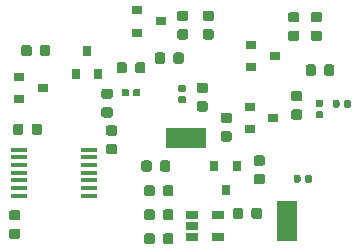
<source format=gbr>
G04 #@! TF.GenerationSoftware,KiCad,Pcbnew,5.1.2-f72e74a~84~ubuntu18.04.1*
G04 #@! TF.CreationDate,2019-12-19T12:51:00+00:00*
G04 #@! TF.ProjectId,mbus_guru,6d627573-5f67-4757-9275-2e6b69636164,rev?*
G04 #@! TF.SameCoordinates,Original*
G04 #@! TF.FileFunction,Paste,Top*
G04 #@! TF.FilePolarity,Positive*
%FSLAX46Y46*%
G04 Gerber Fmt 4.6, Leading zero omitted, Abs format (unit mm)*
G04 Created by KiCad (PCBNEW 5.1.2-f72e74a~84~ubuntu18.04.1) date 2019-12-19 12:51:00*
%MOMM*%
%LPD*%
G04 APERTURE LIST*
%ADD10C,0.100000*%
%ADD11C,0.874000*%
%ADD12R,1.799000X3.399000*%
%ADD13R,1.059000X0.649000*%
%ADD14R,3.399000X1.799000*%
%ADD15R,1.449000X0.449000*%
%ADD16R,0.899000X0.799000*%
%ADD17R,0.799000X0.899000*%
%ADD18C,0.589000*%
G04 APERTURE END LIST*
D10*
G36*
X142326917Y-92172552D02*
G01*
X142348127Y-92175698D01*
X142368927Y-92180909D01*
X142389116Y-92188132D01*
X142408500Y-92197300D01*
X142426892Y-92208324D01*
X142444115Y-92221097D01*
X142460003Y-92235497D01*
X142474403Y-92251385D01*
X142487176Y-92268608D01*
X142498200Y-92287000D01*
X142507368Y-92306384D01*
X142514591Y-92326573D01*
X142519802Y-92347373D01*
X142522948Y-92368583D01*
X142524000Y-92390000D01*
X142524000Y-92827000D01*
X142522948Y-92848417D01*
X142519802Y-92869627D01*
X142514591Y-92890427D01*
X142507368Y-92910616D01*
X142498200Y-92930000D01*
X142487176Y-92948392D01*
X142474403Y-92965615D01*
X142460003Y-92981503D01*
X142444115Y-92995903D01*
X142426892Y-93008676D01*
X142408500Y-93019700D01*
X142389116Y-93028868D01*
X142368927Y-93036091D01*
X142348127Y-93041302D01*
X142326917Y-93044448D01*
X142305500Y-93045500D01*
X141793500Y-93045500D01*
X141772083Y-93044448D01*
X141750873Y-93041302D01*
X141730073Y-93036091D01*
X141709884Y-93028868D01*
X141690500Y-93019700D01*
X141672108Y-93008676D01*
X141654885Y-92995903D01*
X141638997Y-92981503D01*
X141624597Y-92965615D01*
X141611824Y-92948392D01*
X141600800Y-92930000D01*
X141591632Y-92910616D01*
X141584409Y-92890427D01*
X141579198Y-92869627D01*
X141576052Y-92848417D01*
X141575000Y-92827000D01*
X141575000Y-92390000D01*
X141576052Y-92368583D01*
X141579198Y-92347373D01*
X141584409Y-92326573D01*
X141591632Y-92306384D01*
X141600800Y-92287000D01*
X141611824Y-92268608D01*
X141624597Y-92251385D01*
X141638997Y-92235497D01*
X141654885Y-92221097D01*
X141672108Y-92208324D01*
X141690500Y-92197300D01*
X141709884Y-92188132D01*
X141730073Y-92180909D01*
X141750873Y-92175698D01*
X141772083Y-92172552D01*
X141793500Y-92171500D01*
X142305500Y-92171500D01*
X142326917Y-92172552D01*
X142326917Y-92172552D01*
G37*
D11*
X142049500Y-92608500D03*
D10*
G36*
X142326917Y-90597552D02*
G01*
X142348127Y-90600698D01*
X142368927Y-90605909D01*
X142389116Y-90613132D01*
X142408500Y-90622300D01*
X142426892Y-90633324D01*
X142444115Y-90646097D01*
X142460003Y-90660497D01*
X142474403Y-90676385D01*
X142487176Y-90693608D01*
X142498200Y-90712000D01*
X142507368Y-90731384D01*
X142514591Y-90751573D01*
X142519802Y-90772373D01*
X142522948Y-90793583D01*
X142524000Y-90815000D01*
X142524000Y-91252000D01*
X142522948Y-91273417D01*
X142519802Y-91294627D01*
X142514591Y-91315427D01*
X142507368Y-91335616D01*
X142498200Y-91355000D01*
X142487176Y-91373392D01*
X142474403Y-91390615D01*
X142460003Y-91406503D01*
X142444115Y-91420903D01*
X142426892Y-91433676D01*
X142408500Y-91444700D01*
X142389116Y-91453868D01*
X142368927Y-91461091D01*
X142348127Y-91466302D01*
X142326917Y-91469448D01*
X142305500Y-91470500D01*
X141793500Y-91470500D01*
X141772083Y-91469448D01*
X141750873Y-91466302D01*
X141730073Y-91461091D01*
X141709884Y-91453868D01*
X141690500Y-91444700D01*
X141672108Y-91433676D01*
X141654885Y-91420903D01*
X141638997Y-91406503D01*
X141624597Y-91390615D01*
X141611824Y-91373392D01*
X141600800Y-91355000D01*
X141591632Y-91335616D01*
X141584409Y-91315427D01*
X141579198Y-91294627D01*
X141576052Y-91273417D01*
X141575000Y-91252000D01*
X141575000Y-90815000D01*
X141576052Y-90793583D01*
X141579198Y-90772373D01*
X141584409Y-90751573D01*
X141591632Y-90731384D01*
X141600800Y-90712000D01*
X141611824Y-90693608D01*
X141624597Y-90676385D01*
X141638997Y-90660497D01*
X141654885Y-90646097D01*
X141672108Y-90633324D01*
X141690500Y-90622300D01*
X141709884Y-90613132D01*
X141730073Y-90605909D01*
X141750873Y-90600698D01*
X141772083Y-90597552D01*
X141793500Y-90596500D01*
X142305500Y-90596500D01*
X142326917Y-90597552D01*
X142326917Y-90597552D01*
G37*
D11*
X142049500Y-91033500D03*
D10*
G36*
X132611417Y-93252052D02*
G01*
X132632627Y-93255198D01*
X132653427Y-93260409D01*
X132673616Y-93267632D01*
X132693000Y-93276800D01*
X132711392Y-93287824D01*
X132728615Y-93300597D01*
X132744503Y-93314997D01*
X132758903Y-93330885D01*
X132771676Y-93348108D01*
X132782700Y-93366500D01*
X132791868Y-93385884D01*
X132799091Y-93406073D01*
X132804302Y-93426873D01*
X132807448Y-93448083D01*
X132808500Y-93469500D01*
X132808500Y-93906500D01*
X132807448Y-93927917D01*
X132804302Y-93949127D01*
X132799091Y-93969927D01*
X132791868Y-93990116D01*
X132782700Y-94009500D01*
X132771676Y-94027892D01*
X132758903Y-94045115D01*
X132744503Y-94061003D01*
X132728615Y-94075403D01*
X132711392Y-94088176D01*
X132693000Y-94099200D01*
X132673616Y-94108368D01*
X132653427Y-94115591D01*
X132632627Y-94120802D01*
X132611417Y-94123948D01*
X132590000Y-94125000D01*
X132078000Y-94125000D01*
X132056583Y-94123948D01*
X132035373Y-94120802D01*
X132014573Y-94115591D01*
X131994384Y-94108368D01*
X131975000Y-94099200D01*
X131956608Y-94088176D01*
X131939385Y-94075403D01*
X131923497Y-94061003D01*
X131909097Y-94045115D01*
X131896324Y-94027892D01*
X131885300Y-94009500D01*
X131876132Y-93990116D01*
X131868909Y-93969927D01*
X131863698Y-93949127D01*
X131860552Y-93927917D01*
X131859500Y-93906500D01*
X131859500Y-93469500D01*
X131860552Y-93448083D01*
X131863698Y-93426873D01*
X131868909Y-93406073D01*
X131876132Y-93385884D01*
X131885300Y-93366500D01*
X131896324Y-93348108D01*
X131909097Y-93330885D01*
X131923497Y-93314997D01*
X131939385Y-93300597D01*
X131956608Y-93287824D01*
X131975000Y-93276800D01*
X131994384Y-93267632D01*
X132014573Y-93260409D01*
X132035373Y-93255198D01*
X132056583Y-93252052D01*
X132078000Y-93251000D01*
X132590000Y-93251000D01*
X132611417Y-93252052D01*
X132611417Y-93252052D01*
G37*
D11*
X132334000Y-93688000D03*
D10*
G36*
X132611417Y-91677052D02*
G01*
X132632627Y-91680198D01*
X132653427Y-91685409D01*
X132673616Y-91692632D01*
X132693000Y-91701800D01*
X132711392Y-91712824D01*
X132728615Y-91725597D01*
X132744503Y-91739997D01*
X132758903Y-91755885D01*
X132771676Y-91773108D01*
X132782700Y-91791500D01*
X132791868Y-91810884D01*
X132799091Y-91831073D01*
X132804302Y-91851873D01*
X132807448Y-91873083D01*
X132808500Y-91894500D01*
X132808500Y-92331500D01*
X132807448Y-92352917D01*
X132804302Y-92374127D01*
X132799091Y-92394927D01*
X132791868Y-92415116D01*
X132782700Y-92434500D01*
X132771676Y-92452892D01*
X132758903Y-92470115D01*
X132744503Y-92486003D01*
X132728615Y-92500403D01*
X132711392Y-92513176D01*
X132693000Y-92524200D01*
X132673616Y-92533368D01*
X132653427Y-92540591D01*
X132632627Y-92545802D01*
X132611417Y-92548948D01*
X132590000Y-92550000D01*
X132078000Y-92550000D01*
X132056583Y-92548948D01*
X132035373Y-92545802D01*
X132014573Y-92540591D01*
X131994384Y-92533368D01*
X131975000Y-92524200D01*
X131956608Y-92513176D01*
X131939385Y-92500403D01*
X131923497Y-92486003D01*
X131909097Y-92470115D01*
X131896324Y-92452892D01*
X131885300Y-92434500D01*
X131876132Y-92415116D01*
X131868909Y-92394927D01*
X131863698Y-92374127D01*
X131860552Y-92352917D01*
X131859500Y-92331500D01*
X131859500Y-91894500D01*
X131860552Y-91873083D01*
X131863698Y-91851873D01*
X131868909Y-91831073D01*
X131876132Y-91810884D01*
X131885300Y-91791500D01*
X131896324Y-91773108D01*
X131909097Y-91755885D01*
X131923497Y-91739997D01*
X131939385Y-91725597D01*
X131956608Y-91712824D01*
X131975000Y-91701800D01*
X131994384Y-91692632D01*
X132014573Y-91685409D01*
X132035373Y-91680198D01*
X132056583Y-91677052D01*
X132078000Y-91676000D01*
X132590000Y-91676000D01*
X132611417Y-91677052D01*
X132611417Y-91677052D01*
G37*
D11*
X132334000Y-92113000D03*
D10*
G36*
X144854917Y-98650052D02*
G01*
X144876127Y-98653198D01*
X144896927Y-98658409D01*
X144917116Y-98665632D01*
X144936500Y-98674800D01*
X144954892Y-98685824D01*
X144972115Y-98698597D01*
X144988003Y-98712997D01*
X145002403Y-98728885D01*
X145015176Y-98746108D01*
X145026200Y-98764500D01*
X145035368Y-98783884D01*
X145042591Y-98804073D01*
X145047802Y-98824873D01*
X145050948Y-98846083D01*
X145052000Y-98867500D01*
X145052000Y-99379500D01*
X145050948Y-99400917D01*
X145047802Y-99422127D01*
X145042591Y-99442927D01*
X145035368Y-99463116D01*
X145026200Y-99482500D01*
X145015176Y-99500892D01*
X145002403Y-99518115D01*
X144988003Y-99534003D01*
X144972115Y-99548403D01*
X144954892Y-99561176D01*
X144936500Y-99572200D01*
X144917116Y-99581368D01*
X144896927Y-99588591D01*
X144876127Y-99593802D01*
X144854917Y-99596948D01*
X144833500Y-99598000D01*
X144396500Y-99598000D01*
X144375083Y-99596948D01*
X144353873Y-99593802D01*
X144333073Y-99588591D01*
X144312884Y-99581368D01*
X144293500Y-99572200D01*
X144275108Y-99561176D01*
X144257885Y-99548403D01*
X144241997Y-99534003D01*
X144227597Y-99518115D01*
X144214824Y-99500892D01*
X144203800Y-99482500D01*
X144194632Y-99463116D01*
X144187409Y-99442927D01*
X144182198Y-99422127D01*
X144179052Y-99400917D01*
X144178000Y-99379500D01*
X144178000Y-98867500D01*
X144179052Y-98846083D01*
X144182198Y-98824873D01*
X144187409Y-98804073D01*
X144194632Y-98783884D01*
X144203800Y-98764500D01*
X144214824Y-98746108D01*
X144227597Y-98728885D01*
X144241997Y-98712997D01*
X144257885Y-98698597D01*
X144275108Y-98685824D01*
X144293500Y-98674800D01*
X144312884Y-98665632D01*
X144333073Y-98658409D01*
X144353873Y-98653198D01*
X144375083Y-98650052D01*
X144396500Y-98649000D01*
X144833500Y-98649000D01*
X144854917Y-98650052D01*
X144854917Y-98650052D01*
G37*
D11*
X144615000Y-99123500D03*
D10*
G36*
X143279917Y-98650052D02*
G01*
X143301127Y-98653198D01*
X143321927Y-98658409D01*
X143342116Y-98665632D01*
X143361500Y-98674800D01*
X143379892Y-98685824D01*
X143397115Y-98698597D01*
X143413003Y-98712997D01*
X143427403Y-98728885D01*
X143440176Y-98746108D01*
X143451200Y-98764500D01*
X143460368Y-98783884D01*
X143467591Y-98804073D01*
X143472802Y-98824873D01*
X143475948Y-98846083D01*
X143477000Y-98867500D01*
X143477000Y-99379500D01*
X143475948Y-99400917D01*
X143472802Y-99422127D01*
X143467591Y-99442927D01*
X143460368Y-99463116D01*
X143451200Y-99482500D01*
X143440176Y-99500892D01*
X143427403Y-99518115D01*
X143413003Y-99534003D01*
X143397115Y-99548403D01*
X143379892Y-99561176D01*
X143361500Y-99572200D01*
X143342116Y-99581368D01*
X143321927Y-99588591D01*
X143301127Y-99593802D01*
X143279917Y-99596948D01*
X143258500Y-99598000D01*
X142821500Y-99598000D01*
X142800083Y-99596948D01*
X142778873Y-99593802D01*
X142758073Y-99588591D01*
X142737884Y-99581368D01*
X142718500Y-99572200D01*
X142700108Y-99561176D01*
X142682885Y-99548403D01*
X142666997Y-99534003D01*
X142652597Y-99518115D01*
X142639824Y-99500892D01*
X142628800Y-99482500D01*
X142619632Y-99463116D01*
X142612409Y-99442927D01*
X142607198Y-99422127D01*
X142604052Y-99400917D01*
X142603000Y-99379500D01*
X142603000Y-98867500D01*
X142604052Y-98846083D01*
X142607198Y-98824873D01*
X142612409Y-98804073D01*
X142619632Y-98783884D01*
X142628800Y-98764500D01*
X142639824Y-98746108D01*
X142652597Y-98728885D01*
X142666997Y-98712997D01*
X142682885Y-98698597D01*
X142700108Y-98685824D01*
X142718500Y-98674800D01*
X142737884Y-98665632D01*
X142758073Y-98658409D01*
X142778873Y-98653198D01*
X142800083Y-98650052D01*
X142821500Y-98649000D01*
X143258500Y-98649000D01*
X143279917Y-98650052D01*
X143279917Y-98650052D01*
G37*
D11*
X143040000Y-99123500D03*
D10*
G36*
X136675917Y-85505552D02*
G01*
X136697127Y-85508698D01*
X136717927Y-85513909D01*
X136738116Y-85521132D01*
X136757500Y-85530300D01*
X136775892Y-85541324D01*
X136793115Y-85554097D01*
X136809003Y-85568497D01*
X136823403Y-85584385D01*
X136836176Y-85601608D01*
X136847200Y-85620000D01*
X136856368Y-85639384D01*
X136863591Y-85659573D01*
X136868802Y-85680373D01*
X136871948Y-85701583D01*
X136873000Y-85723000D01*
X136873000Y-86235000D01*
X136871948Y-86256417D01*
X136868802Y-86277627D01*
X136863591Y-86298427D01*
X136856368Y-86318616D01*
X136847200Y-86338000D01*
X136836176Y-86356392D01*
X136823403Y-86373615D01*
X136809003Y-86389503D01*
X136793115Y-86403903D01*
X136775892Y-86416676D01*
X136757500Y-86427700D01*
X136738116Y-86436868D01*
X136717927Y-86444091D01*
X136697127Y-86449302D01*
X136675917Y-86452448D01*
X136654500Y-86453500D01*
X136217500Y-86453500D01*
X136196083Y-86452448D01*
X136174873Y-86449302D01*
X136154073Y-86444091D01*
X136133884Y-86436868D01*
X136114500Y-86427700D01*
X136096108Y-86416676D01*
X136078885Y-86403903D01*
X136062997Y-86389503D01*
X136048597Y-86373615D01*
X136035824Y-86356392D01*
X136024800Y-86338000D01*
X136015632Y-86318616D01*
X136008409Y-86298427D01*
X136003198Y-86277627D01*
X136000052Y-86256417D01*
X135999000Y-86235000D01*
X135999000Y-85723000D01*
X136000052Y-85701583D01*
X136003198Y-85680373D01*
X136008409Y-85659573D01*
X136015632Y-85639384D01*
X136024800Y-85620000D01*
X136035824Y-85601608D01*
X136048597Y-85584385D01*
X136062997Y-85568497D01*
X136078885Y-85554097D01*
X136096108Y-85541324D01*
X136114500Y-85530300D01*
X136133884Y-85521132D01*
X136154073Y-85513909D01*
X136174873Y-85508698D01*
X136196083Y-85505552D01*
X136217500Y-85504500D01*
X136654500Y-85504500D01*
X136675917Y-85505552D01*
X136675917Y-85505552D01*
G37*
D11*
X136436000Y-85979000D03*
D10*
G36*
X138250917Y-85505552D02*
G01*
X138272127Y-85508698D01*
X138292927Y-85513909D01*
X138313116Y-85521132D01*
X138332500Y-85530300D01*
X138350892Y-85541324D01*
X138368115Y-85554097D01*
X138384003Y-85568497D01*
X138398403Y-85584385D01*
X138411176Y-85601608D01*
X138422200Y-85620000D01*
X138431368Y-85639384D01*
X138438591Y-85659573D01*
X138443802Y-85680373D01*
X138446948Y-85701583D01*
X138448000Y-85723000D01*
X138448000Y-86235000D01*
X138446948Y-86256417D01*
X138443802Y-86277627D01*
X138438591Y-86298427D01*
X138431368Y-86318616D01*
X138422200Y-86338000D01*
X138411176Y-86356392D01*
X138398403Y-86373615D01*
X138384003Y-86389503D01*
X138368115Y-86403903D01*
X138350892Y-86416676D01*
X138332500Y-86427700D01*
X138313116Y-86436868D01*
X138292927Y-86444091D01*
X138272127Y-86449302D01*
X138250917Y-86452448D01*
X138229500Y-86453500D01*
X137792500Y-86453500D01*
X137771083Y-86452448D01*
X137749873Y-86449302D01*
X137729073Y-86444091D01*
X137708884Y-86436868D01*
X137689500Y-86427700D01*
X137671108Y-86416676D01*
X137653885Y-86403903D01*
X137637997Y-86389503D01*
X137623597Y-86373615D01*
X137610824Y-86356392D01*
X137599800Y-86338000D01*
X137590632Y-86318616D01*
X137583409Y-86298427D01*
X137578198Y-86277627D01*
X137575052Y-86256417D01*
X137574000Y-86235000D01*
X137574000Y-85723000D01*
X137575052Y-85701583D01*
X137578198Y-85680373D01*
X137583409Y-85659573D01*
X137590632Y-85639384D01*
X137599800Y-85620000D01*
X137610824Y-85601608D01*
X137623597Y-85584385D01*
X137637997Y-85568497D01*
X137653885Y-85554097D01*
X137671108Y-85541324D01*
X137689500Y-85530300D01*
X137708884Y-85521132D01*
X137729073Y-85513909D01*
X137749873Y-85508698D01*
X137771083Y-85505552D01*
X137792500Y-85504500D01*
X138229500Y-85504500D01*
X138250917Y-85505552D01*
X138250917Y-85505552D01*
G37*
D11*
X138011000Y-85979000D03*
D10*
G36*
X124419917Y-98852552D02*
G01*
X124441127Y-98855698D01*
X124461927Y-98860909D01*
X124482116Y-98868132D01*
X124501500Y-98877300D01*
X124519892Y-98888324D01*
X124537115Y-98901097D01*
X124553003Y-98915497D01*
X124567403Y-98931385D01*
X124580176Y-98948608D01*
X124591200Y-98967000D01*
X124600368Y-98986384D01*
X124607591Y-99006573D01*
X124612802Y-99027373D01*
X124615948Y-99048583D01*
X124617000Y-99070000D01*
X124617000Y-99507000D01*
X124615948Y-99528417D01*
X124612802Y-99549627D01*
X124607591Y-99570427D01*
X124600368Y-99590616D01*
X124591200Y-99610000D01*
X124580176Y-99628392D01*
X124567403Y-99645615D01*
X124553003Y-99661503D01*
X124537115Y-99675903D01*
X124519892Y-99688676D01*
X124501500Y-99699700D01*
X124482116Y-99708868D01*
X124461927Y-99716091D01*
X124441127Y-99721302D01*
X124419917Y-99724448D01*
X124398500Y-99725500D01*
X123886500Y-99725500D01*
X123865083Y-99724448D01*
X123843873Y-99721302D01*
X123823073Y-99716091D01*
X123802884Y-99708868D01*
X123783500Y-99699700D01*
X123765108Y-99688676D01*
X123747885Y-99675903D01*
X123731997Y-99661503D01*
X123717597Y-99645615D01*
X123704824Y-99628392D01*
X123693800Y-99610000D01*
X123684632Y-99590616D01*
X123677409Y-99570427D01*
X123672198Y-99549627D01*
X123669052Y-99528417D01*
X123668000Y-99507000D01*
X123668000Y-99070000D01*
X123669052Y-99048583D01*
X123672198Y-99027373D01*
X123677409Y-99006573D01*
X123684632Y-98986384D01*
X123693800Y-98967000D01*
X123704824Y-98948608D01*
X123717597Y-98931385D01*
X123731997Y-98915497D01*
X123747885Y-98901097D01*
X123765108Y-98888324D01*
X123783500Y-98877300D01*
X123802884Y-98868132D01*
X123823073Y-98860909D01*
X123843873Y-98855698D01*
X123865083Y-98852552D01*
X123886500Y-98851500D01*
X124398500Y-98851500D01*
X124419917Y-98852552D01*
X124419917Y-98852552D01*
G37*
D11*
X124142500Y-99288500D03*
D10*
G36*
X124419917Y-100427552D02*
G01*
X124441127Y-100430698D01*
X124461927Y-100435909D01*
X124482116Y-100443132D01*
X124501500Y-100452300D01*
X124519892Y-100463324D01*
X124537115Y-100476097D01*
X124553003Y-100490497D01*
X124567403Y-100506385D01*
X124580176Y-100523608D01*
X124591200Y-100542000D01*
X124600368Y-100561384D01*
X124607591Y-100581573D01*
X124612802Y-100602373D01*
X124615948Y-100623583D01*
X124617000Y-100645000D01*
X124617000Y-101082000D01*
X124615948Y-101103417D01*
X124612802Y-101124627D01*
X124607591Y-101145427D01*
X124600368Y-101165616D01*
X124591200Y-101185000D01*
X124580176Y-101203392D01*
X124567403Y-101220615D01*
X124553003Y-101236503D01*
X124537115Y-101250903D01*
X124519892Y-101263676D01*
X124501500Y-101274700D01*
X124482116Y-101283868D01*
X124461927Y-101291091D01*
X124441127Y-101296302D01*
X124419917Y-101299448D01*
X124398500Y-101300500D01*
X123886500Y-101300500D01*
X123865083Y-101299448D01*
X123843873Y-101296302D01*
X123823073Y-101291091D01*
X123802884Y-101283868D01*
X123783500Y-101274700D01*
X123765108Y-101263676D01*
X123747885Y-101250903D01*
X123731997Y-101236503D01*
X123717597Y-101220615D01*
X123704824Y-101203392D01*
X123693800Y-101185000D01*
X123684632Y-101165616D01*
X123677409Y-101145427D01*
X123672198Y-101124627D01*
X123669052Y-101103417D01*
X123668000Y-101082000D01*
X123668000Y-100645000D01*
X123669052Y-100623583D01*
X123672198Y-100602373D01*
X123677409Y-100581573D01*
X123684632Y-100561384D01*
X123693800Y-100542000D01*
X123704824Y-100523608D01*
X123717597Y-100506385D01*
X123731997Y-100490497D01*
X123747885Y-100476097D01*
X123765108Y-100463324D01*
X123783500Y-100452300D01*
X123802884Y-100443132D01*
X123823073Y-100435909D01*
X123843873Y-100430698D01*
X123865083Y-100427552D01*
X123886500Y-100426500D01*
X124398500Y-100426500D01*
X124419917Y-100427552D01*
X124419917Y-100427552D01*
G37*
D11*
X124142500Y-100863500D03*
D10*
G36*
X126249417Y-91538052D02*
G01*
X126270627Y-91541198D01*
X126291427Y-91546409D01*
X126311616Y-91553632D01*
X126331000Y-91562800D01*
X126349392Y-91573824D01*
X126366615Y-91586597D01*
X126382503Y-91600997D01*
X126396903Y-91616885D01*
X126409676Y-91634108D01*
X126420700Y-91652500D01*
X126429868Y-91671884D01*
X126437091Y-91692073D01*
X126442302Y-91712873D01*
X126445448Y-91734083D01*
X126446500Y-91755500D01*
X126446500Y-92267500D01*
X126445448Y-92288917D01*
X126442302Y-92310127D01*
X126437091Y-92330927D01*
X126429868Y-92351116D01*
X126420700Y-92370500D01*
X126409676Y-92388892D01*
X126396903Y-92406115D01*
X126382503Y-92422003D01*
X126366615Y-92436403D01*
X126349392Y-92449176D01*
X126331000Y-92460200D01*
X126311616Y-92469368D01*
X126291427Y-92476591D01*
X126270627Y-92481802D01*
X126249417Y-92484948D01*
X126228000Y-92486000D01*
X125791000Y-92486000D01*
X125769583Y-92484948D01*
X125748373Y-92481802D01*
X125727573Y-92476591D01*
X125707384Y-92469368D01*
X125688000Y-92460200D01*
X125669608Y-92449176D01*
X125652385Y-92436403D01*
X125636497Y-92422003D01*
X125622097Y-92406115D01*
X125609324Y-92388892D01*
X125598300Y-92370500D01*
X125589132Y-92351116D01*
X125581909Y-92330927D01*
X125576698Y-92310127D01*
X125573552Y-92288917D01*
X125572500Y-92267500D01*
X125572500Y-91755500D01*
X125573552Y-91734083D01*
X125576698Y-91712873D01*
X125581909Y-91692073D01*
X125589132Y-91671884D01*
X125598300Y-91652500D01*
X125609324Y-91634108D01*
X125622097Y-91616885D01*
X125636497Y-91600997D01*
X125652385Y-91586597D01*
X125669608Y-91573824D01*
X125688000Y-91562800D01*
X125707384Y-91553632D01*
X125727573Y-91546409D01*
X125748373Y-91541198D01*
X125769583Y-91538052D01*
X125791000Y-91537000D01*
X126228000Y-91537000D01*
X126249417Y-91538052D01*
X126249417Y-91538052D01*
G37*
D11*
X126009500Y-92011500D03*
D10*
G36*
X124674417Y-91538052D02*
G01*
X124695627Y-91541198D01*
X124716427Y-91546409D01*
X124736616Y-91553632D01*
X124756000Y-91562800D01*
X124774392Y-91573824D01*
X124791615Y-91586597D01*
X124807503Y-91600997D01*
X124821903Y-91616885D01*
X124834676Y-91634108D01*
X124845700Y-91652500D01*
X124854868Y-91671884D01*
X124862091Y-91692073D01*
X124867302Y-91712873D01*
X124870448Y-91734083D01*
X124871500Y-91755500D01*
X124871500Y-92267500D01*
X124870448Y-92288917D01*
X124867302Y-92310127D01*
X124862091Y-92330927D01*
X124854868Y-92351116D01*
X124845700Y-92370500D01*
X124834676Y-92388892D01*
X124821903Y-92406115D01*
X124807503Y-92422003D01*
X124791615Y-92436403D01*
X124774392Y-92449176D01*
X124756000Y-92460200D01*
X124736616Y-92469368D01*
X124716427Y-92476591D01*
X124695627Y-92481802D01*
X124674417Y-92484948D01*
X124653000Y-92486000D01*
X124216000Y-92486000D01*
X124194583Y-92484948D01*
X124173373Y-92481802D01*
X124152573Y-92476591D01*
X124132384Y-92469368D01*
X124113000Y-92460200D01*
X124094608Y-92449176D01*
X124077385Y-92436403D01*
X124061497Y-92422003D01*
X124047097Y-92406115D01*
X124034324Y-92388892D01*
X124023300Y-92370500D01*
X124014132Y-92351116D01*
X124006909Y-92330927D01*
X124001698Y-92310127D01*
X123998552Y-92288917D01*
X123997500Y-92267500D01*
X123997500Y-91755500D01*
X123998552Y-91734083D01*
X124001698Y-91712873D01*
X124006909Y-91692073D01*
X124014132Y-91671884D01*
X124023300Y-91652500D01*
X124034324Y-91634108D01*
X124047097Y-91616885D01*
X124061497Y-91600997D01*
X124077385Y-91586597D01*
X124094608Y-91573824D01*
X124113000Y-91562800D01*
X124132384Y-91553632D01*
X124152573Y-91546409D01*
X124173373Y-91541198D01*
X124194583Y-91538052D01*
X124216000Y-91537000D01*
X124653000Y-91537000D01*
X124674417Y-91538052D01*
X124674417Y-91538052D01*
G37*
D11*
X124434500Y-92011500D03*
D12*
X147193000Y-99758500D03*
D13*
X141308000Y-99253000D03*
X141308000Y-101153000D03*
X139108000Y-101153000D03*
X139108000Y-100203000D03*
X139108000Y-99253000D03*
D10*
G36*
X151014417Y-86521552D02*
G01*
X151035627Y-86524698D01*
X151056427Y-86529909D01*
X151076616Y-86537132D01*
X151096000Y-86546300D01*
X151114392Y-86557324D01*
X151131615Y-86570097D01*
X151147503Y-86584497D01*
X151161903Y-86600385D01*
X151174676Y-86617608D01*
X151185700Y-86636000D01*
X151194868Y-86655384D01*
X151202091Y-86675573D01*
X151207302Y-86696373D01*
X151210448Y-86717583D01*
X151211500Y-86739000D01*
X151211500Y-87251000D01*
X151210448Y-87272417D01*
X151207302Y-87293627D01*
X151202091Y-87314427D01*
X151194868Y-87334616D01*
X151185700Y-87354000D01*
X151174676Y-87372392D01*
X151161903Y-87389615D01*
X151147503Y-87405503D01*
X151131615Y-87419903D01*
X151114392Y-87432676D01*
X151096000Y-87443700D01*
X151076616Y-87452868D01*
X151056427Y-87460091D01*
X151035627Y-87465302D01*
X151014417Y-87468448D01*
X150993000Y-87469500D01*
X150556000Y-87469500D01*
X150534583Y-87468448D01*
X150513373Y-87465302D01*
X150492573Y-87460091D01*
X150472384Y-87452868D01*
X150453000Y-87443700D01*
X150434608Y-87432676D01*
X150417385Y-87419903D01*
X150401497Y-87405503D01*
X150387097Y-87389615D01*
X150374324Y-87372392D01*
X150363300Y-87354000D01*
X150354132Y-87334616D01*
X150346909Y-87314427D01*
X150341698Y-87293627D01*
X150338552Y-87272417D01*
X150337500Y-87251000D01*
X150337500Y-86739000D01*
X150338552Y-86717583D01*
X150341698Y-86696373D01*
X150346909Y-86675573D01*
X150354132Y-86655384D01*
X150363300Y-86636000D01*
X150374324Y-86617608D01*
X150387097Y-86600385D01*
X150401497Y-86584497D01*
X150417385Y-86570097D01*
X150434608Y-86557324D01*
X150453000Y-86546300D01*
X150472384Y-86537132D01*
X150492573Y-86529909D01*
X150513373Y-86524698D01*
X150534583Y-86521552D01*
X150556000Y-86520500D01*
X150993000Y-86520500D01*
X151014417Y-86521552D01*
X151014417Y-86521552D01*
G37*
D11*
X150774500Y-86995000D03*
D10*
G36*
X149439417Y-86521552D02*
G01*
X149460627Y-86524698D01*
X149481427Y-86529909D01*
X149501616Y-86537132D01*
X149521000Y-86546300D01*
X149539392Y-86557324D01*
X149556615Y-86570097D01*
X149572503Y-86584497D01*
X149586903Y-86600385D01*
X149599676Y-86617608D01*
X149610700Y-86636000D01*
X149619868Y-86655384D01*
X149627091Y-86675573D01*
X149632302Y-86696373D01*
X149635448Y-86717583D01*
X149636500Y-86739000D01*
X149636500Y-87251000D01*
X149635448Y-87272417D01*
X149632302Y-87293627D01*
X149627091Y-87314427D01*
X149619868Y-87334616D01*
X149610700Y-87354000D01*
X149599676Y-87372392D01*
X149586903Y-87389615D01*
X149572503Y-87405503D01*
X149556615Y-87419903D01*
X149539392Y-87432676D01*
X149521000Y-87443700D01*
X149501616Y-87452868D01*
X149481427Y-87460091D01*
X149460627Y-87465302D01*
X149439417Y-87468448D01*
X149418000Y-87469500D01*
X148981000Y-87469500D01*
X148959583Y-87468448D01*
X148938373Y-87465302D01*
X148917573Y-87460091D01*
X148897384Y-87452868D01*
X148878000Y-87443700D01*
X148859608Y-87432676D01*
X148842385Y-87419903D01*
X148826497Y-87405503D01*
X148812097Y-87389615D01*
X148799324Y-87372392D01*
X148788300Y-87354000D01*
X148779132Y-87334616D01*
X148771909Y-87314427D01*
X148766698Y-87293627D01*
X148763552Y-87272417D01*
X148762500Y-87251000D01*
X148762500Y-86739000D01*
X148763552Y-86717583D01*
X148766698Y-86696373D01*
X148771909Y-86675573D01*
X148779132Y-86655384D01*
X148788300Y-86636000D01*
X148799324Y-86617608D01*
X148812097Y-86600385D01*
X148826497Y-86584497D01*
X148842385Y-86570097D01*
X148859608Y-86557324D01*
X148878000Y-86546300D01*
X148897384Y-86537132D01*
X148917573Y-86529909D01*
X148938373Y-86524698D01*
X148959583Y-86521552D01*
X148981000Y-86520500D01*
X149418000Y-86520500D01*
X149439417Y-86521552D01*
X149439417Y-86521552D01*
G37*
D11*
X149199500Y-86995000D03*
D10*
G36*
X149946917Y-83663552D02*
G01*
X149968127Y-83666698D01*
X149988927Y-83671909D01*
X150009116Y-83679132D01*
X150028500Y-83688300D01*
X150046892Y-83699324D01*
X150064115Y-83712097D01*
X150080003Y-83726497D01*
X150094403Y-83742385D01*
X150107176Y-83759608D01*
X150118200Y-83778000D01*
X150127368Y-83797384D01*
X150134591Y-83817573D01*
X150139802Y-83838373D01*
X150142948Y-83859583D01*
X150144000Y-83881000D01*
X150144000Y-84318000D01*
X150142948Y-84339417D01*
X150139802Y-84360627D01*
X150134591Y-84381427D01*
X150127368Y-84401616D01*
X150118200Y-84421000D01*
X150107176Y-84439392D01*
X150094403Y-84456615D01*
X150080003Y-84472503D01*
X150064115Y-84486903D01*
X150046892Y-84499676D01*
X150028500Y-84510700D01*
X150009116Y-84519868D01*
X149988927Y-84527091D01*
X149968127Y-84532302D01*
X149946917Y-84535448D01*
X149925500Y-84536500D01*
X149413500Y-84536500D01*
X149392083Y-84535448D01*
X149370873Y-84532302D01*
X149350073Y-84527091D01*
X149329884Y-84519868D01*
X149310500Y-84510700D01*
X149292108Y-84499676D01*
X149274885Y-84486903D01*
X149258997Y-84472503D01*
X149244597Y-84456615D01*
X149231824Y-84439392D01*
X149220800Y-84421000D01*
X149211632Y-84401616D01*
X149204409Y-84381427D01*
X149199198Y-84360627D01*
X149196052Y-84339417D01*
X149195000Y-84318000D01*
X149195000Y-83881000D01*
X149196052Y-83859583D01*
X149199198Y-83838373D01*
X149204409Y-83817573D01*
X149211632Y-83797384D01*
X149220800Y-83778000D01*
X149231824Y-83759608D01*
X149244597Y-83742385D01*
X149258997Y-83726497D01*
X149274885Y-83712097D01*
X149292108Y-83699324D01*
X149310500Y-83688300D01*
X149329884Y-83679132D01*
X149350073Y-83671909D01*
X149370873Y-83666698D01*
X149392083Y-83663552D01*
X149413500Y-83662500D01*
X149925500Y-83662500D01*
X149946917Y-83663552D01*
X149946917Y-83663552D01*
G37*
D11*
X149669500Y-84099500D03*
D10*
G36*
X149946917Y-82088552D02*
G01*
X149968127Y-82091698D01*
X149988927Y-82096909D01*
X150009116Y-82104132D01*
X150028500Y-82113300D01*
X150046892Y-82124324D01*
X150064115Y-82137097D01*
X150080003Y-82151497D01*
X150094403Y-82167385D01*
X150107176Y-82184608D01*
X150118200Y-82203000D01*
X150127368Y-82222384D01*
X150134591Y-82242573D01*
X150139802Y-82263373D01*
X150142948Y-82284583D01*
X150144000Y-82306000D01*
X150144000Y-82743000D01*
X150142948Y-82764417D01*
X150139802Y-82785627D01*
X150134591Y-82806427D01*
X150127368Y-82826616D01*
X150118200Y-82846000D01*
X150107176Y-82864392D01*
X150094403Y-82881615D01*
X150080003Y-82897503D01*
X150064115Y-82911903D01*
X150046892Y-82924676D01*
X150028500Y-82935700D01*
X150009116Y-82944868D01*
X149988927Y-82952091D01*
X149968127Y-82957302D01*
X149946917Y-82960448D01*
X149925500Y-82961500D01*
X149413500Y-82961500D01*
X149392083Y-82960448D01*
X149370873Y-82957302D01*
X149350073Y-82952091D01*
X149329884Y-82944868D01*
X149310500Y-82935700D01*
X149292108Y-82924676D01*
X149274885Y-82911903D01*
X149258997Y-82897503D01*
X149244597Y-82881615D01*
X149231824Y-82864392D01*
X149220800Y-82846000D01*
X149211632Y-82826616D01*
X149204409Y-82806427D01*
X149199198Y-82785627D01*
X149196052Y-82764417D01*
X149195000Y-82743000D01*
X149195000Y-82306000D01*
X149196052Y-82284583D01*
X149199198Y-82263373D01*
X149204409Y-82242573D01*
X149211632Y-82222384D01*
X149220800Y-82203000D01*
X149231824Y-82184608D01*
X149244597Y-82167385D01*
X149258997Y-82151497D01*
X149274885Y-82137097D01*
X149292108Y-82124324D01*
X149310500Y-82113300D01*
X149329884Y-82104132D01*
X149350073Y-82096909D01*
X149370873Y-82091698D01*
X149392083Y-82088552D01*
X149413500Y-82087500D01*
X149925500Y-82087500D01*
X149946917Y-82088552D01*
X149946917Y-82088552D01*
G37*
D11*
X149669500Y-82524500D03*
D10*
G36*
X137361917Y-98777052D02*
G01*
X137383127Y-98780198D01*
X137403927Y-98785409D01*
X137424116Y-98792632D01*
X137443500Y-98801800D01*
X137461892Y-98812824D01*
X137479115Y-98825597D01*
X137495003Y-98839997D01*
X137509403Y-98855885D01*
X137522176Y-98873108D01*
X137533200Y-98891500D01*
X137542368Y-98910884D01*
X137549591Y-98931073D01*
X137554802Y-98951873D01*
X137557948Y-98973083D01*
X137559000Y-98994500D01*
X137559000Y-99506500D01*
X137557948Y-99527917D01*
X137554802Y-99549127D01*
X137549591Y-99569927D01*
X137542368Y-99590116D01*
X137533200Y-99609500D01*
X137522176Y-99627892D01*
X137509403Y-99645115D01*
X137495003Y-99661003D01*
X137479115Y-99675403D01*
X137461892Y-99688176D01*
X137443500Y-99699200D01*
X137424116Y-99708368D01*
X137403927Y-99715591D01*
X137383127Y-99720802D01*
X137361917Y-99723948D01*
X137340500Y-99725000D01*
X136903500Y-99725000D01*
X136882083Y-99723948D01*
X136860873Y-99720802D01*
X136840073Y-99715591D01*
X136819884Y-99708368D01*
X136800500Y-99699200D01*
X136782108Y-99688176D01*
X136764885Y-99675403D01*
X136748997Y-99661003D01*
X136734597Y-99645115D01*
X136721824Y-99627892D01*
X136710800Y-99609500D01*
X136701632Y-99590116D01*
X136694409Y-99569927D01*
X136689198Y-99549127D01*
X136686052Y-99527917D01*
X136685000Y-99506500D01*
X136685000Y-98994500D01*
X136686052Y-98973083D01*
X136689198Y-98951873D01*
X136694409Y-98931073D01*
X136701632Y-98910884D01*
X136710800Y-98891500D01*
X136721824Y-98873108D01*
X136734597Y-98855885D01*
X136748997Y-98839997D01*
X136764885Y-98825597D01*
X136782108Y-98812824D01*
X136800500Y-98801800D01*
X136819884Y-98792632D01*
X136840073Y-98785409D01*
X136860873Y-98780198D01*
X136882083Y-98777052D01*
X136903500Y-98776000D01*
X137340500Y-98776000D01*
X137361917Y-98777052D01*
X137361917Y-98777052D01*
G37*
D11*
X137122000Y-99250500D03*
D10*
G36*
X135786917Y-98777052D02*
G01*
X135808127Y-98780198D01*
X135828927Y-98785409D01*
X135849116Y-98792632D01*
X135868500Y-98801800D01*
X135886892Y-98812824D01*
X135904115Y-98825597D01*
X135920003Y-98839997D01*
X135934403Y-98855885D01*
X135947176Y-98873108D01*
X135958200Y-98891500D01*
X135967368Y-98910884D01*
X135974591Y-98931073D01*
X135979802Y-98951873D01*
X135982948Y-98973083D01*
X135984000Y-98994500D01*
X135984000Y-99506500D01*
X135982948Y-99527917D01*
X135979802Y-99549127D01*
X135974591Y-99569927D01*
X135967368Y-99590116D01*
X135958200Y-99609500D01*
X135947176Y-99627892D01*
X135934403Y-99645115D01*
X135920003Y-99661003D01*
X135904115Y-99675403D01*
X135886892Y-99688176D01*
X135868500Y-99699200D01*
X135849116Y-99708368D01*
X135828927Y-99715591D01*
X135808127Y-99720802D01*
X135786917Y-99723948D01*
X135765500Y-99725000D01*
X135328500Y-99725000D01*
X135307083Y-99723948D01*
X135285873Y-99720802D01*
X135265073Y-99715591D01*
X135244884Y-99708368D01*
X135225500Y-99699200D01*
X135207108Y-99688176D01*
X135189885Y-99675403D01*
X135173997Y-99661003D01*
X135159597Y-99645115D01*
X135146824Y-99627892D01*
X135135800Y-99609500D01*
X135126632Y-99590116D01*
X135119409Y-99569927D01*
X135114198Y-99549127D01*
X135111052Y-99527917D01*
X135110000Y-99506500D01*
X135110000Y-98994500D01*
X135111052Y-98973083D01*
X135114198Y-98951873D01*
X135119409Y-98931073D01*
X135126632Y-98910884D01*
X135135800Y-98891500D01*
X135146824Y-98873108D01*
X135159597Y-98855885D01*
X135173997Y-98839997D01*
X135189885Y-98825597D01*
X135207108Y-98812824D01*
X135225500Y-98801800D01*
X135244884Y-98792632D01*
X135265073Y-98785409D01*
X135285873Y-98780198D01*
X135307083Y-98777052D01*
X135328500Y-98776000D01*
X135765500Y-98776000D01*
X135786917Y-98777052D01*
X135786917Y-98777052D01*
G37*
D11*
X135547000Y-99250500D03*
D10*
G36*
X137361917Y-100809052D02*
G01*
X137383127Y-100812198D01*
X137403927Y-100817409D01*
X137424116Y-100824632D01*
X137443500Y-100833800D01*
X137461892Y-100844824D01*
X137479115Y-100857597D01*
X137495003Y-100871997D01*
X137509403Y-100887885D01*
X137522176Y-100905108D01*
X137533200Y-100923500D01*
X137542368Y-100942884D01*
X137549591Y-100963073D01*
X137554802Y-100983873D01*
X137557948Y-101005083D01*
X137559000Y-101026500D01*
X137559000Y-101538500D01*
X137557948Y-101559917D01*
X137554802Y-101581127D01*
X137549591Y-101601927D01*
X137542368Y-101622116D01*
X137533200Y-101641500D01*
X137522176Y-101659892D01*
X137509403Y-101677115D01*
X137495003Y-101693003D01*
X137479115Y-101707403D01*
X137461892Y-101720176D01*
X137443500Y-101731200D01*
X137424116Y-101740368D01*
X137403927Y-101747591D01*
X137383127Y-101752802D01*
X137361917Y-101755948D01*
X137340500Y-101757000D01*
X136903500Y-101757000D01*
X136882083Y-101755948D01*
X136860873Y-101752802D01*
X136840073Y-101747591D01*
X136819884Y-101740368D01*
X136800500Y-101731200D01*
X136782108Y-101720176D01*
X136764885Y-101707403D01*
X136748997Y-101693003D01*
X136734597Y-101677115D01*
X136721824Y-101659892D01*
X136710800Y-101641500D01*
X136701632Y-101622116D01*
X136694409Y-101601927D01*
X136689198Y-101581127D01*
X136686052Y-101559917D01*
X136685000Y-101538500D01*
X136685000Y-101026500D01*
X136686052Y-101005083D01*
X136689198Y-100983873D01*
X136694409Y-100963073D01*
X136701632Y-100942884D01*
X136710800Y-100923500D01*
X136721824Y-100905108D01*
X136734597Y-100887885D01*
X136748997Y-100871997D01*
X136764885Y-100857597D01*
X136782108Y-100844824D01*
X136800500Y-100833800D01*
X136819884Y-100824632D01*
X136840073Y-100817409D01*
X136860873Y-100812198D01*
X136882083Y-100809052D01*
X136903500Y-100808000D01*
X137340500Y-100808000D01*
X137361917Y-100809052D01*
X137361917Y-100809052D01*
G37*
D11*
X137122000Y-101282500D03*
D10*
G36*
X135786917Y-100809052D02*
G01*
X135808127Y-100812198D01*
X135828927Y-100817409D01*
X135849116Y-100824632D01*
X135868500Y-100833800D01*
X135886892Y-100844824D01*
X135904115Y-100857597D01*
X135920003Y-100871997D01*
X135934403Y-100887885D01*
X135947176Y-100905108D01*
X135958200Y-100923500D01*
X135967368Y-100942884D01*
X135974591Y-100963073D01*
X135979802Y-100983873D01*
X135982948Y-101005083D01*
X135984000Y-101026500D01*
X135984000Y-101538500D01*
X135982948Y-101559917D01*
X135979802Y-101581127D01*
X135974591Y-101601927D01*
X135967368Y-101622116D01*
X135958200Y-101641500D01*
X135947176Y-101659892D01*
X135934403Y-101677115D01*
X135920003Y-101693003D01*
X135904115Y-101707403D01*
X135886892Y-101720176D01*
X135868500Y-101731200D01*
X135849116Y-101740368D01*
X135828927Y-101747591D01*
X135808127Y-101752802D01*
X135786917Y-101755948D01*
X135765500Y-101757000D01*
X135328500Y-101757000D01*
X135307083Y-101755948D01*
X135285873Y-101752802D01*
X135265073Y-101747591D01*
X135244884Y-101740368D01*
X135225500Y-101731200D01*
X135207108Y-101720176D01*
X135189885Y-101707403D01*
X135173997Y-101693003D01*
X135159597Y-101677115D01*
X135146824Y-101659892D01*
X135135800Y-101641500D01*
X135126632Y-101622116D01*
X135119409Y-101601927D01*
X135114198Y-101581127D01*
X135111052Y-101559917D01*
X135110000Y-101538500D01*
X135110000Y-101026500D01*
X135111052Y-101005083D01*
X135114198Y-100983873D01*
X135119409Y-100963073D01*
X135126632Y-100942884D01*
X135135800Y-100923500D01*
X135146824Y-100905108D01*
X135159597Y-100887885D01*
X135173997Y-100871997D01*
X135189885Y-100857597D01*
X135207108Y-100844824D01*
X135225500Y-100833800D01*
X135244884Y-100824632D01*
X135265073Y-100817409D01*
X135285873Y-100812198D01*
X135307083Y-100809052D01*
X135328500Y-100808000D01*
X135765500Y-100808000D01*
X135786917Y-100809052D01*
X135786917Y-100809052D01*
G37*
D11*
X135547000Y-101282500D03*
D10*
G36*
X135786917Y-96745052D02*
G01*
X135808127Y-96748198D01*
X135828927Y-96753409D01*
X135849116Y-96760632D01*
X135868500Y-96769800D01*
X135886892Y-96780824D01*
X135904115Y-96793597D01*
X135920003Y-96807997D01*
X135934403Y-96823885D01*
X135947176Y-96841108D01*
X135958200Y-96859500D01*
X135967368Y-96878884D01*
X135974591Y-96899073D01*
X135979802Y-96919873D01*
X135982948Y-96941083D01*
X135984000Y-96962500D01*
X135984000Y-97474500D01*
X135982948Y-97495917D01*
X135979802Y-97517127D01*
X135974591Y-97537927D01*
X135967368Y-97558116D01*
X135958200Y-97577500D01*
X135947176Y-97595892D01*
X135934403Y-97613115D01*
X135920003Y-97629003D01*
X135904115Y-97643403D01*
X135886892Y-97656176D01*
X135868500Y-97667200D01*
X135849116Y-97676368D01*
X135828927Y-97683591D01*
X135808127Y-97688802D01*
X135786917Y-97691948D01*
X135765500Y-97693000D01*
X135328500Y-97693000D01*
X135307083Y-97691948D01*
X135285873Y-97688802D01*
X135265073Y-97683591D01*
X135244884Y-97676368D01*
X135225500Y-97667200D01*
X135207108Y-97656176D01*
X135189885Y-97643403D01*
X135173997Y-97629003D01*
X135159597Y-97613115D01*
X135146824Y-97595892D01*
X135135800Y-97577500D01*
X135126632Y-97558116D01*
X135119409Y-97537927D01*
X135114198Y-97517127D01*
X135111052Y-97495917D01*
X135110000Y-97474500D01*
X135110000Y-96962500D01*
X135111052Y-96941083D01*
X135114198Y-96919873D01*
X135119409Y-96899073D01*
X135126632Y-96878884D01*
X135135800Y-96859500D01*
X135146824Y-96841108D01*
X135159597Y-96823885D01*
X135173997Y-96807997D01*
X135189885Y-96793597D01*
X135207108Y-96780824D01*
X135225500Y-96769800D01*
X135244884Y-96760632D01*
X135265073Y-96753409D01*
X135285873Y-96748198D01*
X135307083Y-96745052D01*
X135328500Y-96744000D01*
X135765500Y-96744000D01*
X135786917Y-96745052D01*
X135786917Y-96745052D01*
G37*
D11*
X135547000Y-97218500D03*
D10*
G36*
X137361917Y-96745052D02*
G01*
X137383127Y-96748198D01*
X137403927Y-96753409D01*
X137424116Y-96760632D01*
X137443500Y-96769800D01*
X137461892Y-96780824D01*
X137479115Y-96793597D01*
X137495003Y-96807997D01*
X137509403Y-96823885D01*
X137522176Y-96841108D01*
X137533200Y-96859500D01*
X137542368Y-96878884D01*
X137549591Y-96899073D01*
X137554802Y-96919873D01*
X137557948Y-96941083D01*
X137559000Y-96962500D01*
X137559000Y-97474500D01*
X137557948Y-97495917D01*
X137554802Y-97517127D01*
X137549591Y-97537927D01*
X137542368Y-97558116D01*
X137533200Y-97577500D01*
X137522176Y-97595892D01*
X137509403Y-97613115D01*
X137495003Y-97629003D01*
X137479115Y-97643403D01*
X137461892Y-97656176D01*
X137443500Y-97667200D01*
X137424116Y-97676368D01*
X137403927Y-97683591D01*
X137383127Y-97688802D01*
X137361917Y-97691948D01*
X137340500Y-97693000D01*
X136903500Y-97693000D01*
X136882083Y-97691948D01*
X136860873Y-97688802D01*
X136840073Y-97683591D01*
X136819884Y-97676368D01*
X136800500Y-97667200D01*
X136782108Y-97656176D01*
X136764885Y-97643403D01*
X136748997Y-97629003D01*
X136734597Y-97613115D01*
X136721824Y-97595892D01*
X136710800Y-97577500D01*
X136701632Y-97558116D01*
X136694409Y-97537927D01*
X136689198Y-97517127D01*
X136686052Y-97495917D01*
X136685000Y-97474500D01*
X136685000Y-96962500D01*
X136686052Y-96941083D01*
X136689198Y-96919873D01*
X136694409Y-96899073D01*
X136701632Y-96878884D01*
X136710800Y-96859500D01*
X136721824Y-96841108D01*
X136734597Y-96823885D01*
X136748997Y-96807997D01*
X136764885Y-96793597D01*
X136782108Y-96780824D01*
X136800500Y-96769800D01*
X136819884Y-96760632D01*
X136840073Y-96753409D01*
X136860873Y-96748198D01*
X136882083Y-96745052D01*
X136903500Y-96744000D01*
X137340500Y-96744000D01*
X137361917Y-96745052D01*
X137361917Y-96745052D01*
G37*
D11*
X137122000Y-97218500D03*
D14*
X138620500Y-92773500D03*
D15*
X124494500Y-97644500D03*
X124494500Y-96994500D03*
X124494500Y-96344500D03*
X124494500Y-95694500D03*
X124494500Y-95044500D03*
X124494500Y-94394500D03*
X124494500Y-93744500D03*
X130394500Y-93744500D03*
X130394500Y-94394500D03*
X130394500Y-95044500D03*
X130394500Y-95694500D03*
X130394500Y-96344500D03*
X130394500Y-96994500D03*
X130394500Y-97644500D03*
D16*
X126539500Y-88519000D03*
X124539500Y-89469000D03*
X124539500Y-87569000D03*
D10*
G36*
X138643917Y-83536552D02*
G01*
X138665127Y-83539698D01*
X138685927Y-83544909D01*
X138706116Y-83552132D01*
X138725500Y-83561300D01*
X138743892Y-83572324D01*
X138761115Y-83585097D01*
X138777003Y-83599497D01*
X138791403Y-83615385D01*
X138804176Y-83632608D01*
X138815200Y-83651000D01*
X138824368Y-83670384D01*
X138831591Y-83690573D01*
X138836802Y-83711373D01*
X138839948Y-83732583D01*
X138841000Y-83754000D01*
X138841000Y-84191000D01*
X138839948Y-84212417D01*
X138836802Y-84233627D01*
X138831591Y-84254427D01*
X138824368Y-84274616D01*
X138815200Y-84294000D01*
X138804176Y-84312392D01*
X138791403Y-84329615D01*
X138777003Y-84345503D01*
X138761115Y-84359903D01*
X138743892Y-84372676D01*
X138725500Y-84383700D01*
X138706116Y-84392868D01*
X138685927Y-84400091D01*
X138665127Y-84405302D01*
X138643917Y-84408448D01*
X138622500Y-84409500D01*
X138110500Y-84409500D01*
X138089083Y-84408448D01*
X138067873Y-84405302D01*
X138047073Y-84400091D01*
X138026884Y-84392868D01*
X138007500Y-84383700D01*
X137989108Y-84372676D01*
X137971885Y-84359903D01*
X137955997Y-84345503D01*
X137941597Y-84329615D01*
X137928824Y-84312392D01*
X137917800Y-84294000D01*
X137908632Y-84274616D01*
X137901409Y-84254427D01*
X137896198Y-84233627D01*
X137893052Y-84212417D01*
X137892000Y-84191000D01*
X137892000Y-83754000D01*
X137893052Y-83732583D01*
X137896198Y-83711373D01*
X137901409Y-83690573D01*
X137908632Y-83670384D01*
X137917800Y-83651000D01*
X137928824Y-83632608D01*
X137941597Y-83615385D01*
X137955997Y-83599497D01*
X137971885Y-83585097D01*
X137989108Y-83572324D01*
X138007500Y-83561300D01*
X138026884Y-83552132D01*
X138047073Y-83544909D01*
X138067873Y-83539698D01*
X138089083Y-83536552D01*
X138110500Y-83535500D01*
X138622500Y-83535500D01*
X138643917Y-83536552D01*
X138643917Y-83536552D01*
G37*
D11*
X138366500Y-83972500D03*
D10*
G36*
X138643917Y-81961552D02*
G01*
X138665127Y-81964698D01*
X138685927Y-81969909D01*
X138706116Y-81977132D01*
X138725500Y-81986300D01*
X138743892Y-81997324D01*
X138761115Y-82010097D01*
X138777003Y-82024497D01*
X138791403Y-82040385D01*
X138804176Y-82057608D01*
X138815200Y-82076000D01*
X138824368Y-82095384D01*
X138831591Y-82115573D01*
X138836802Y-82136373D01*
X138839948Y-82157583D01*
X138841000Y-82179000D01*
X138841000Y-82616000D01*
X138839948Y-82637417D01*
X138836802Y-82658627D01*
X138831591Y-82679427D01*
X138824368Y-82699616D01*
X138815200Y-82719000D01*
X138804176Y-82737392D01*
X138791403Y-82754615D01*
X138777003Y-82770503D01*
X138761115Y-82784903D01*
X138743892Y-82797676D01*
X138725500Y-82808700D01*
X138706116Y-82817868D01*
X138685927Y-82825091D01*
X138665127Y-82830302D01*
X138643917Y-82833448D01*
X138622500Y-82834500D01*
X138110500Y-82834500D01*
X138089083Y-82833448D01*
X138067873Y-82830302D01*
X138047073Y-82825091D01*
X138026884Y-82817868D01*
X138007500Y-82808700D01*
X137989108Y-82797676D01*
X137971885Y-82784903D01*
X137955997Y-82770503D01*
X137941597Y-82754615D01*
X137928824Y-82737392D01*
X137917800Y-82719000D01*
X137908632Y-82699616D01*
X137901409Y-82679427D01*
X137896198Y-82658627D01*
X137893052Y-82637417D01*
X137892000Y-82616000D01*
X137892000Y-82179000D01*
X137893052Y-82157583D01*
X137896198Y-82136373D01*
X137901409Y-82115573D01*
X137908632Y-82095384D01*
X137917800Y-82076000D01*
X137928824Y-82057608D01*
X137941597Y-82040385D01*
X137955997Y-82024497D01*
X137971885Y-82010097D01*
X137989108Y-81997324D01*
X138007500Y-81986300D01*
X138026884Y-81977132D01*
X138047073Y-81969909D01*
X138067873Y-81964698D01*
X138089083Y-81961552D01*
X138110500Y-81960500D01*
X138622500Y-81960500D01*
X138643917Y-81961552D01*
X138643917Y-81961552D01*
G37*
D11*
X138366500Y-82397500D03*
D10*
G36*
X135532917Y-94649552D02*
G01*
X135554127Y-94652698D01*
X135574927Y-94657909D01*
X135595116Y-94665132D01*
X135614500Y-94674300D01*
X135632892Y-94685324D01*
X135650115Y-94698097D01*
X135666003Y-94712497D01*
X135680403Y-94728385D01*
X135693176Y-94745608D01*
X135704200Y-94764000D01*
X135713368Y-94783384D01*
X135720591Y-94803573D01*
X135725802Y-94824373D01*
X135728948Y-94845583D01*
X135730000Y-94867000D01*
X135730000Y-95379000D01*
X135728948Y-95400417D01*
X135725802Y-95421627D01*
X135720591Y-95442427D01*
X135713368Y-95462616D01*
X135704200Y-95482000D01*
X135693176Y-95500392D01*
X135680403Y-95517615D01*
X135666003Y-95533503D01*
X135650115Y-95547903D01*
X135632892Y-95560676D01*
X135614500Y-95571700D01*
X135595116Y-95580868D01*
X135574927Y-95588091D01*
X135554127Y-95593302D01*
X135532917Y-95596448D01*
X135511500Y-95597500D01*
X135074500Y-95597500D01*
X135053083Y-95596448D01*
X135031873Y-95593302D01*
X135011073Y-95588091D01*
X134990884Y-95580868D01*
X134971500Y-95571700D01*
X134953108Y-95560676D01*
X134935885Y-95547903D01*
X134919997Y-95533503D01*
X134905597Y-95517615D01*
X134892824Y-95500392D01*
X134881800Y-95482000D01*
X134872632Y-95462616D01*
X134865409Y-95442427D01*
X134860198Y-95421627D01*
X134857052Y-95400417D01*
X134856000Y-95379000D01*
X134856000Y-94867000D01*
X134857052Y-94845583D01*
X134860198Y-94824373D01*
X134865409Y-94803573D01*
X134872632Y-94783384D01*
X134881800Y-94764000D01*
X134892824Y-94745608D01*
X134905597Y-94728385D01*
X134919997Y-94712497D01*
X134935885Y-94698097D01*
X134953108Y-94685324D01*
X134971500Y-94674300D01*
X134990884Y-94665132D01*
X135011073Y-94657909D01*
X135031873Y-94652698D01*
X135053083Y-94649552D01*
X135074500Y-94648500D01*
X135511500Y-94648500D01*
X135532917Y-94649552D01*
X135532917Y-94649552D01*
G37*
D11*
X135293000Y-95123000D03*
D10*
G36*
X137107917Y-94649552D02*
G01*
X137129127Y-94652698D01*
X137149927Y-94657909D01*
X137170116Y-94665132D01*
X137189500Y-94674300D01*
X137207892Y-94685324D01*
X137225115Y-94698097D01*
X137241003Y-94712497D01*
X137255403Y-94728385D01*
X137268176Y-94745608D01*
X137279200Y-94764000D01*
X137288368Y-94783384D01*
X137295591Y-94803573D01*
X137300802Y-94824373D01*
X137303948Y-94845583D01*
X137305000Y-94867000D01*
X137305000Y-95379000D01*
X137303948Y-95400417D01*
X137300802Y-95421627D01*
X137295591Y-95442427D01*
X137288368Y-95462616D01*
X137279200Y-95482000D01*
X137268176Y-95500392D01*
X137255403Y-95517615D01*
X137241003Y-95533503D01*
X137225115Y-95547903D01*
X137207892Y-95560676D01*
X137189500Y-95571700D01*
X137170116Y-95580868D01*
X137149927Y-95588091D01*
X137129127Y-95593302D01*
X137107917Y-95596448D01*
X137086500Y-95597500D01*
X136649500Y-95597500D01*
X136628083Y-95596448D01*
X136606873Y-95593302D01*
X136586073Y-95588091D01*
X136565884Y-95580868D01*
X136546500Y-95571700D01*
X136528108Y-95560676D01*
X136510885Y-95547903D01*
X136494997Y-95533503D01*
X136480597Y-95517615D01*
X136467824Y-95500392D01*
X136456800Y-95482000D01*
X136447632Y-95462616D01*
X136440409Y-95442427D01*
X136435198Y-95421627D01*
X136432052Y-95400417D01*
X136431000Y-95379000D01*
X136431000Y-94867000D01*
X136432052Y-94845583D01*
X136435198Y-94824373D01*
X136440409Y-94803573D01*
X136447632Y-94783384D01*
X136456800Y-94764000D01*
X136467824Y-94745608D01*
X136480597Y-94728385D01*
X136494997Y-94712497D01*
X136510885Y-94698097D01*
X136528108Y-94685324D01*
X136546500Y-94674300D01*
X136565884Y-94665132D01*
X136586073Y-94657909D01*
X136606873Y-94652698D01*
X136628083Y-94649552D01*
X136649500Y-94648500D01*
X137086500Y-94648500D01*
X137107917Y-94649552D01*
X137107917Y-94649552D01*
G37*
D11*
X136868000Y-95123000D03*
D10*
G36*
X145120917Y-95792052D02*
G01*
X145142127Y-95795198D01*
X145162927Y-95800409D01*
X145183116Y-95807632D01*
X145202500Y-95816800D01*
X145220892Y-95827824D01*
X145238115Y-95840597D01*
X145254003Y-95854997D01*
X145268403Y-95870885D01*
X145281176Y-95888108D01*
X145292200Y-95906500D01*
X145301368Y-95925884D01*
X145308591Y-95946073D01*
X145313802Y-95966873D01*
X145316948Y-95988083D01*
X145318000Y-96009500D01*
X145318000Y-96446500D01*
X145316948Y-96467917D01*
X145313802Y-96489127D01*
X145308591Y-96509927D01*
X145301368Y-96530116D01*
X145292200Y-96549500D01*
X145281176Y-96567892D01*
X145268403Y-96585115D01*
X145254003Y-96601003D01*
X145238115Y-96615403D01*
X145220892Y-96628176D01*
X145202500Y-96639200D01*
X145183116Y-96648368D01*
X145162927Y-96655591D01*
X145142127Y-96660802D01*
X145120917Y-96663948D01*
X145099500Y-96665000D01*
X144587500Y-96665000D01*
X144566083Y-96663948D01*
X144544873Y-96660802D01*
X144524073Y-96655591D01*
X144503884Y-96648368D01*
X144484500Y-96639200D01*
X144466108Y-96628176D01*
X144448885Y-96615403D01*
X144432997Y-96601003D01*
X144418597Y-96585115D01*
X144405824Y-96567892D01*
X144394800Y-96549500D01*
X144385632Y-96530116D01*
X144378409Y-96509927D01*
X144373198Y-96489127D01*
X144370052Y-96467917D01*
X144369000Y-96446500D01*
X144369000Y-96009500D01*
X144370052Y-95988083D01*
X144373198Y-95966873D01*
X144378409Y-95946073D01*
X144385632Y-95925884D01*
X144394800Y-95906500D01*
X144405824Y-95888108D01*
X144418597Y-95870885D01*
X144432997Y-95854997D01*
X144448885Y-95840597D01*
X144466108Y-95827824D01*
X144484500Y-95816800D01*
X144503884Y-95807632D01*
X144524073Y-95800409D01*
X144544873Y-95795198D01*
X144566083Y-95792052D01*
X144587500Y-95791000D01*
X145099500Y-95791000D01*
X145120917Y-95792052D01*
X145120917Y-95792052D01*
G37*
D11*
X144843500Y-96228000D03*
D10*
G36*
X145120917Y-94217052D02*
G01*
X145142127Y-94220198D01*
X145162927Y-94225409D01*
X145183116Y-94232632D01*
X145202500Y-94241800D01*
X145220892Y-94252824D01*
X145238115Y-94265597D01*
X145254003Y-94279997D01*
X145268403Y-94295885D01*
X145281176Y-94313108D01*
X145292200Y-94331500D01*
X145301368Y-94350884D01*
X145308591Y-94371073D01*
X145313802Y-94391873D01*
X145316948Y-94413083D01*
X145318000Y-94434500D01*
X145318000Y-94871500D01*
X145316948Y-94892917D01*
X145313802Y-94914127D01*
X145308591Y-94934927D01*
X145301368Y-94955116D01*
X145292200Y-94974500D01*
X145281176Y-94992892D01*
X145268403Y-95010115D01*
X145254003Y-95026003D01*
X145238115Y-95040403D01*
X145220892Y-95053176D01*
X145202500Y-95064200D01*
X145183116Y-95073368D01*
X145162927Y-95080591D01*
X145142127Y-95085802D01*
X145120917Y-95088948D01*
X145099500Y-95090000D01*
X144587500Y-95090000D01*
X144566083Y-95088948D01*
X144544873Y-95085802D01*
X144524073Y-95080591D01*
X144503884Y-95073368D01*
X144484500Y-95064200D01*
X144466108Y-95053176D01*
X144448885Y-95040403D01*
X144432997Y-95026003D01*
X144418597Y-95010115D01*
X144405824Y-94992892D01*
X144394800Y-94974500D01*
X144385632Y-94955116D01*
X144378409Y-94934927D01*
X144373198Y-94914127D01*
X144370052Y-94892917D01*
X144369000Y-94871500D01*
X144369000Y-94434500D01*
X144370052Y-94413083D01*
X144373198Y-94391873D01*
X144378409Y-94371073D01*
X144385632Y-94350884D01*
X144394800Y-94331500D01*
X144405824Y-94313108D01*
X144418597Y-94295885D01*
X144432997Y-94279997D01*
X144448885Y-94265597D01*
X144466108Y-94252824D01*
X144484500Y-94241800D01*
X144503884Y-94232632D01*
X144524073Y-94225409D01*
X144544873Y-94220198D01*
X144566083Y-94217052D01*
X144587500Y-94216000D01*
X145099500Y-94216000D01*
X145120917Y-94217052D01*
X145120917Y-94217052D01*
G37*
D11*
X144843500Y-94653000D03*
D10*
G36*
X148295917Y-90331052D02*
G01*
X148317127Y-90334198D01*
X148337927Y-90339409D01*
X148358116Y-90346632D01*
X148377500Y-90355800D01*
X148395892Y-90366824D01*
X148413115Y-90379597D01*
X148429003Y-90393997D01*
X148443403Y-90409885D01*
X148456176Y-90427108D01*
X148467200Y-90445500D01*
X148476368Y-90464884D01*
X148483591Y-90485073D01*
X148488802Y-90505873D01*
X148491948Y-90527083D01*
X148493000Y-90548500D01*
X148493000Y-90985500D01*
X148491948Y-91006917D01*
X148488802Y-91028127D01*
X148483591Y-91048927D01*
X148476368Y-91069116D01*
X148467200Y-91088500D01*
X148456176Y-91106892D01*
X148443403Y-91124115D01*
X148429003Y-91140003D01*
X148413115Y-91154403D01*
X148395892Y-91167176D01*
X148377500Y-91178200D01*
X148358116Y-91187368D01*
X148337927Y-91194591D01*
X148317127Y-91199802D01*
X148295917Y-91202948D01*
X148274500Y-91204000D01*
X147762500Y-91204000D01*
X147741083Y-91202948D01*
X147719873Y-91199802D01*
X147699073Y-91194591D01*
X147678884Y-91187368D01*
X147659500Y-91178200D01*
X147641108Y-91167176D01*
X147623885Y-91154403D01*
X147607997Y-91140003D01*
X147593597Y-91124115D01*
X147580824Y-91106892D01*
X147569800Y-91088500D01*
X147560632Y-91069116D01*
X147553409Y-91048927D01*
X147548198Y-91028127D01*
X147545052Y-91006917D01*
X147544000Y-90985500D01*
X147544000Y-90548500D01*
X147545052Y-90527083D01*
X147548198Y-90505873D01*
X147553409Y-90485073D01*
X147560632Y-90464884D01*
X147569800Y-90445500D01*
X147580824Y-90427108D01*
X147593597Y-90409885D01*
X147607997Y-90393997D01*
X147623885Y-90379597D01*
X147641108Y-90366824D01*
X147659500Y-90355800D01*
X147678884Y-90346632D01*
X147699073Y-90339409D01*
X147719873Y-90334198D01*
X147741083Y-90331052D01*
X147762500Y-90330000D01*
X148274500Y-90330000D01*
X148295917Y-90331052D01*
X148295917Y-90331052D01*
G37*
D11*
X148018500Y-90767000D03*
D10*
G36*
X148295917Y-88756052D02*
G01*
X148317127Y-88759198D01*
X148337927Y-88764409D01*
X148358116Y-88771632D01*
X148377500Y-88780800D01*
X148395892Y-88791824D01*
X148413115Y-88804597D01*
X148429003Y-88818997D01*
X148443403Y-88834885D01*
X148456176Y-88852108D01*
X148467200Y-88870500D01*
X148476368Y-88889884D01*
X148483591Y-88910073D01*
X148488802Y-88930873D01*
X148491948Y-88952083D01*
X148493000Y-88973500D01*
X148493000Y-89410500D01*
X148491948Y-89431917D01*
X148488802Y-89453127D01*
X148483591Y-89473927D01*
X148476368Y-89494116D01*
X148467200Y-89513500D01*
X148456176Y-89531892D01*
X148443403Y-89549115D01*
X148429003Y-89565003D01*
X148413115Y-89579403D01*
X148395892Y-89592176D01*
X148377500Y-89603200D01*
X148358116Y-89612368D01*
X148337927Y-89619591D01*
X148317127Y-89624802D01*
X148295917Y-89627948D01*
X148274500Y-89629000D01*
X147762500Y-89629000D01*
X147741083Y-89627948D01*
X147719873Y-89624802D01*
X147699073Y-89619591D01*
X147678884Y-89612368D01*
X147659500Y-89603200D01*
X147641108Y-89592176D01*
X147623885Y-89579403D01*
X147607997Y-89565003D01*
X147593597Y-89549115D01*
X147580824Y-89531892D01*
X147569800Y-89513500D01*
X147560632Y-89494116D01*
X147553409Y-89473927D01*
X147548198Y-89453127D01*
X147545052Y-89431917D01*
X147544000Y-89410500D01*
X147544000Y-88973500D01*
X147545052Y-88952083D01*
X147548198Y-88930873D01*
X147553409Y-88910073D01*
X147560632Y-88889884D01*
X147569800Y-88870500D01*
X147580824Y-88852108D01*
X147593597Y-88834885D01*
X147607997Y-88818997D01*
X147623885Y-88804597D01*
X147641108Y-88791824D01*
X147659500Y-88780800D01*
X147678884Y-88771632D01*
X147699073Y-88764409D01*
X147719873Y-88759198D01*
X147741083Y-88756052D01*
X147762500Y-88755000D01*
X148274500Y-88755000D01*
X148295917Y-88756052D01*
X148295917Y-88756052D01*
G37*
D11*
X148018500Y-89192000D03*
D10*
G36*
X140294917Y-89632552D02*
G01*
X140316127Y-89635698D01*
X140336927Y-89640909D01*
X140357116Y-89648132D01*
X140376500Y-89657300D01*
X140394892Y-89668324D01*
X140412115Y-89681097D01*
X140428003Y-89695497D01*
X140442403Y-89711385D01*
X140455176Y-89728608D01*
X140466200Y-89747000D01*
X140475368Y-89766384D01*
X140482591Y-89786573D01*
X140487802Y-89807373D01*
X140490948Y-89828583D01*
X140492000Y-89850000D01*
X140492000Y-90287000D01*
X140490948Y-90308417D01*
X140487802Y-90329627D01*
X140482591Y-90350427D01*
X140475368Y-90370616D01*
X140466200Y-90390000D01*
X140455176Y-90408392D01*
X140442403Y-90425615D01*
X140428003Y-90441503D01*
X140412115Y-90455903D01*
X140394892Y-90468676D01*
X140376500Y-90479700D01*
X140357116Y-90488868D01*
X140336927Y-90496091D01*
X140316127Y-90501302D01*
X140294917Y-90504448D01*
X140273500Y-90505500D01*
X139761500Y-90505500D01*
X139740083Y-90504448D01*
X139718873Y-90501302D01*
X139698073Y-90496091D01*
X139677884Y-90488868D01*
X139658500Y-90479700D01*
X139640108Y-90468676D01*
X139622885Y-90455903D01*
X139606997Y-90441503D01*
X139592597Y-90425615D01*
X139579824Y-90408392D01*
X139568800Y-90390000D01*
X139559632Y-90370616D01*
X139552409Y-90350427D01*
X139547198Y-90329627D01*
X139544052Y-90308417D01*
X139543000Y-90287000D01*
X139543000Y-89850000D01*
X139544052Y-89828583D01*
X139547198Y-89807373D01*
X139552409Y-89786573D01*
X139559632Y-89766384D01*
X139568800Y-89747000D01*
X139579824Y-89728608D01*
X139592597Y-89711385D01*
X139606997Y-89695497D01*
X139622885Y-89681097D01*
X139640108Y-89668324D01*
X139658500Y-89657300D01*
X139677884Y-89648132D01*
X139698073Y-89640909D01*
X139718873Y-89635698D01*
X139740083Y-89632552D01*
X139761500Y-89631500D01*
X140273500Y-89631500D01*
X140294917Y-89632552D01*
X140294917Y-89632552D01*
G37*
D11*
X140017500Y-90068500D03*
D10*
G36*
X140294917Y-88057552D02*
G01*
X140316127Y-88060698D01*
X140336927Y-88065909D01*
X140357116Y-88073132D01*
X140376500Y-88082300D01*
X140394892Y-88093324D01*
X140412115Y-88106097D01*
X140428003Y-88120497D01*
X140442403Y-88136385D01*
X140455176Y-88153608D01*
X140466200Y-88172000D01*
X140475368Y-88191384D01*
X140482591Y-88211573D01*
X140487802Y-88232373D01*
X140490948Y-88253583D01*
X140492000Y-88275000D01*
X140492000Y-88712000D01*
X140490948Y-88733417D01*
X140487802Y-88754627D01*
X140482591Y-88775427D01*
X140475368Y-88795616D01*
X140466200Y-88815000D01*
X140455176Y-88833392D01*
X140442403Y-88850615D01*
X140428003Y-88866503D01*
X140412115Y-88880903D01*
X140394892Y-88893676D01*
X140376500Y-88904700D01*
X140357116Y-88913868D01*
X140336927Y-88921091D01*
X140316127Y-88926302D01*
X140294917Y-88929448D01*
X140273500Y-88930500D01*
X139761500Y-88930500D01*
X139740083Y-88929448D01*
X139718873Y-88926302D01*
X139698073Y-88921091D01*
X139677884Y-88913868D01*
X139658500Y-88904700D01*
X139640108Y-88893676D01*
X139622885Y-88880903D01*
X139606997Y-88866503D01*
X139592597Y-88850615D01*
X139579824Y-88833392D01*
X139568800Y-88815000D01*
X139559632Y-88795616D01*
X139552409Y-88775427D01*
X139547198Y-88754627D01*
X139544052Y-88733417D01*
X139543000Y-88712000D01*
X139543000Y-88275000D01*
X139544052Y-88253583D01*
X139547198Y-88232373D01*
X139552409Y-88211573D01*
X139559632Y-88191384D01*
X139568800Y-88172000D01*
X139579824Y-88153608D01*
X139592597Y-88136385D01*
X139606997Y-88120497D01*
X139622885Y-88106097D01*
X139640108Y-88093324D01*
X139658500Y-88082300D01*
X139677884Y-88073132D01*
X139698073Y-88065909D01*
X139718873Y-88060698D01*
X139740083Y-88057552D01*
X139761500Y-88056500D01*
X140273500Y-88056500D01*
X140294917Y-88057552D01*
X140294917Y-88057552D01*
G37*
D11*
X140017500Y-88493500D03*
D10*
G36*
X132230417Y-90140552D02*
G01*
X132251627Y-90143698D01*
X132272427Y-90148909D01*
X132292616Y-90156132D01*
X132312000Y-90165300D01*
X132330392Y-90176324D01*
X132347615Y-90189097D01*
X132363503Y-90203497D01*
X132377903Y-90219385D01*
X132390676Y-90236608D01*
X132401700Y-90255000D01*
X132410868Y-90274384D01*
X132418091Y-90294573D01*
X132423302Y-90315373D01*
X132426448Y-90336583D01*
X132427500Y-90358000D01*
X132427500Y-90795000D01*
X132426448Y-90816417D01*
X132423302Y-90837627D01*
X132418091Y-90858427D01*
X132410868Y-90878616D01*
X132401700Y-90898000D01*
X132390676Y-90916392D01*
X132377903Y-90933615D01*
X132363503Y-90949503D01*
X132347615Y-90963903D01*
X132330392Y-90976676D01*
X132312000Y-90987700D01*
X132292616Y-90996868D01*
X132272427Y-91004091D01*
X132251627Y-91009302D01*
X132230417Y-91012448D01*
X132209000Y-91013500D01*
X131697000Y-91013500D01*
X131675583Y-91012448D01*
X131654373Y-91009302D01*
X131633573Y-91004091D01*
X131613384Y-90996868D01*
X131594000Y-90987700D01*
X131575608Y-90976676D01*
X131558385Y-90963903D01*
X131542497Y-90949503D01*
X131528097Y-90933615D01*
X131515324Y-90916392D01*
X131504300Y-90898000D01*
X131495132Y-90878616D01*
X131487909Y-90858427D01*
X131482698Y-90837627D01*
X131479552Y-90816417D01*
X131478500Y-90795000D01*
X131478500Y-90358000D01*
X131479552Y-90336583D01*
X131482698Y-90315373D01*
X131487909Y-90294573D01*
X131495132Y-90274384D01*
X131504300Y-90255000D01*
X131515324Y-90236608D01*
X131528097Y-90219385D01*
X131542497Y-90203497D01*
X131558385Y-90189097D01*
X131575608Y-90176324D01*
X131594000Y-90165300D01*
X131613384Y-90156132D01*
X131633573Y-90148909D01*
X131654373Y-90143698D01*
X131675583Y-90140552D01*
X131697000Y-90139500D01*
X132209000Y-90139500D01*
X132230417Y-90140552D01*
X132230417Y-90140552D01*
G37*
D11*
X131953000Y-90576500D03*
D10*
G36*
X132230417Y-88565552D02*
G01*
X132251627Y-88568698D01*
X132272427Y-88573909D01*
X132292616Y-88581132D01*
X132312000Y-88590300D01*
X132330392Y-88601324D01*
X132347615Y-88614097D01*
X132363503Y-88628497D01*
X132377903Y-88644385D01*
X132390676Y-88661608D01*
X132401700Y-88680000D01*
X132410868Y-88699384D01*
X132418091Y-88719573D01*
X132423302Y-88740373D01*
X132426448Y-88761583D01*
X132427500Y-88783000D01*
X132427500Y-89220000D01*
X132426448Y-89241417D01*
X132423302Y-89262627D01*
X132418091Y-89283427D01*
X132410868Y-89303616D01*
X132401700Y-89323000D01*
X132390676Y-89341392D01*
X132377903Y-89358615D01*
X132363503Y-89374503D01*
X132347615Y-89388903D01*
X132330392Y-89401676D01*
X132312000Y-89412700D01*
X132292616Y-89421868D01*
X132272427Y-89429091D01*
X132251627Y-89434302D01*
X132230417Y-89437448D01*
X132209000Y-89438500D01*
X131697000Y-89438500D01*
X131675583Y-89437448D01*
X131654373Y-89434302D01*
X131633573Y-89429091D01*
X131613384Y-89421868D01*
X131594000Y-89412700D01*
X131575608Y-89401676D01*
X131558385Y-89388903D01*
X131542497Y-89374503D01*
X131528097Y-89358615D01*
X131515324Y-89341392D01*
X131504300Y-89323000D01*
X131495132Y-89303616D01*
X131487909Y-89283427D01*
X131482698Y-89262627D01*
X131479552Y-89241417D01*
X131478500Y-89220000D01*
X131478500Y-88783000D01*
X131479552Y-88761583D01*
X131482698Y-88740373D01*
X131487909Y-88719573D01*
X131495132Y-88699384D01*
X131504300Y-88680000D01*
X131515324Y-88661608D01*
X131528097Y-88644385D01*
X131542497Y-88628497D01*
X131558385Y-88614097D01*
X131575608Y-88601324D01*
X131594000Y-88590300D01*
X131613384Y-88581132D01*
X131633573Y-88573909D01*
X131654373Y-88568698D01*
X131675583Y-88565552D01*
X131697000Y-88564500D01*
X132209000Y-88564500D01*
X132230417Y-88565552D01*
X132230417Y-88565552D01*
G37*
D11*
X131953000Y-89001500D03*
D10*
G36*
X125372917Y-84870552D02*
G01*
X125394127Y-84873698D01*
X125414927Y-84878909D01*
X125435116Y-84886132D01*
X125454500Y-84895300D01*
X125472892Y-84906324D01*
X125490115Y-84919097D01*
X125506003Y-84933497D01*
X125520403Y-84949385D01*
X125533176Y-84966608D01*
X125544200Y-84985000D01*
X125553368Y-85004384D01*
X125560591Y-85024573D01*
X125565802Y-85045373D01*
X125568948Y-85066583D01*
X125570000Y-85088000D01*
X125570000Y-85600000D01*
X125568948Y-85621417D01*
X125565802Y-85642627D01*
X125560591Y-85663427D01*
X125553368Y-85683616D01*
X125544200Y-85703000D01*
X125533176Y-85721392D01*
X125520403Y-85738615D01*
X125506003Y-85754503D01*
X125490115Y-85768903D01*
X125472892Y-85781676D01*
X125454500Y-85792700D01*
X125435116Y-85801868D01*
X125414927Y-85809091D01*
X125394127Y-85814302D01*
X125372917Y-85817448D01*
X125351500Y-85818500D01*
X124914500Y-85818500D01*
X124893083Y-85817448D01*
X124871873Y-85814302D01*
X124851073Y-85809091D01*
X124830884Y-85801868D01*
X124811500Y-85792700D01*
X124793108Y-85781676D01*
X124775885Y-85768903D01*
X124759997Y-85754503D01*
X124745597Y-85738615D01*
X124732824Y-85721392D01*
X124721800Y-85703000D01*
X124712632Y-85683616D01*
X124705409Y-85663427D01*
X124700198Y-85642627D01*
X124697052Y-85621417D01*
X124696000Y-85600000D01*
X124696000Y-85088000D01*
X124697052Y-85066583D01*
X124700198Y-85045373D01*
X124705409Y-85024573D01*
X124712632Y-85004384D01*
X124721800Y-84985000D01*
X124732824Y-84966608D01*
X124745597Y-84949385D01*
X124759997Y-84933497D01*
X124775885Y-84919097D01*
X124793108Y-84906324D01*
X124811500Y-84895300D01*
X124830884Y-84886132D01*
X124851073Y-84878909D01*
X124871873Y-84873698D01*
X124893083Y-84870552D01*
X124914500Y-84869500D01*
X125351500Y-84869500D01*
X125372917Y-84870552D01*
X125372917Y-84870552D01*
G37*
D11*
X125133000Y-85344000D03*
D10*
G36*
X126947917Y-84870552D02*
G01*
X126969127Y-84873698D01*
X126989927Y-84878909D01*
X127010116Y-84886132D01*
X127029500Y-84895300D01*
X127047892Y-84906324D01*
X127065115Y-84919097D01*
X127081003Y-84933497D01*
X127095403Y-84949385D01*
X127108176Y-84966608D01*
X127119200Y-84985000D01*
X127128368Y-85004384D01*
X127135591Y-85024573D01*
X127140802Y-85045373D01*
X127143948Y-85066583D01*
X127145000Y-85088000D01*
X127145000Y-85600000D01*
X127143948Y-85621417D01*
X127140802Y-85642627D01*
X127135591Y-85663427D01*
X127128368Y-85683616D01*
X127119200Y-85703000D01*
X127108176Y-85721392D01*
X127095403Y-85738615D01*
X127081003Y-85754503D01*
X127065115Y-85768903D01*
X127047892Y-85781676D01*
X127029500Y-85792700D01*
X127010116Y-85801868D01*
X126989927Y-85809091D01*
X126969127Y-85814302D01*
X126947917Y-85817448D01*
X126926500Y-85818500D01*
X126489500Y-85818500D01*
X126468083Y-85817448D01*
X126446873Y-85814302D01*
X126426073Y-85809091D01*
X126405884Y-85801868D01*
X126386500Y-85792700D01*
X126368108Y-85781676D01*
X126350885Y-85768903D01*
X126334997Y-85754503D01*
X126320597Y-85738615D01*
X126307824Y-85721392D01*
X126296800Y-85703000D01*
X126287632Y-85683616D01*
X126280409Y-85663427D01*
X126275198Y-85642627D01*
X126272052Y-85621417D01*
X126271000Y-85600000D01*
X126271000Y-85088000D01*
X126272052Y-85066583D01*
X126275198Y-85045373D01*
X126280409Y-85024573D01*
X126287632Y-85004384D01*
X126296800Y-84985000D01*
X126307824Y-84966608D01*
X126320597Y-84949385D01*
X126334997Y-84933497D01*
X126350885Y-84919097D01*
X126368108Y-84906324D01*
X126386500Y-84895300D01*
X126405884Y-84886132D01*
X126426073Y-84878909D01*
X126446873Y-84873698D01*
X126468083Y-84870552D01*
X126489500Y-84869500D01*
X126926500Y-84869500D01*
X126947917Y-84870552D01*
X126947917Y-84870552D01*
G37*
D11*
X126708000Y-85344000D03*
D10*
G36*
X135012417Y-86331052D02*
G01*
X135033627Y-86334198D01*
X135054427Y-86339409D01*
X135074616Y-86346632D01*
X135094000Y-86355800D01*
X135112392Y-86366824D01*
X135129615Y-86379597D01*
X135145503Y-86393997D01*
X135159903Y-86409885D01*
X135172676Y-86427108D01*
X135183700Y-86445500D01*
X135192868Y-86464884D01*
X135200091Y-86485073D01*
X135205302Y-86505873D01*
X135208448Y-86527083D01*
X135209500Y-86548500D01*
X135209500Y-87060500D01*
X135208448Y-87081917D01*
X135205302Y-87103127D01*
X135200091Y-87123927D01*
X135192868Y-87144116D01*
X135183700Y-87163500D01*
X135172676Y-87181892D01*
X135159903Y-87199115D01*
X135145503Y-87215003D01*
X135129615Y-87229403D01*
X135112392Y-87242176D01*
X135094000Y-87253200D01*
X135074616Y-87262368D01*
X135054427Y-87269591D01*
X135033627Y-87274802D01*
X135012417Y-87277948D01*
X134991000Y-87279000D01*
X134554000Y-87279000D01*
X134532583Y-87277948D01*
X134511373Y-87274802D01*
X134490573Y-87269591D01*
X134470384Y-87262368D01*
X134451000Y-87253200D01*
X134432608Y-87242176D01*
X134415385Y-87229403D01*
X134399497Y-87215003D01*
X134385097Y-87199115D01*
X134372324Y-87181892D01*
X134361300Y-87163500D01*
X134352132Y-87144116D01*
X134344909Y-87123927D01*
X134339698Y-87103127D01*
X134336552Y-87081917D01*
X134335500Y-87060500D01*
X134335500Y-86548500D01*
X134336552Y-86527083D01*
X134339698Y-86505873D01*
X134344909Y-86485073D01*
X134352132Y-86464884D01*
X134361300Y-86445500D01*
X134372324Y-86427108D01*
X134385097Y-86409885D01*
X134399497Y-86393997D01*
X134415385Y-86379597D01*
X134432608Y-86366824D01*
X134451000Y-86355800D01*
X134470384Y-86346632D01*
X134490573Y-86339409D01*
X134511373Y-86334198D01*
X134532583Y-86331052D01*
X134554000Y-86330000D01*
X134991000Y-86330000D01*
X135012417Y-86331052D01*
X135012417Y-86331052D01*
G37*
D11*
X134772500Y-86804500D03*
D10*
G36*
X133437417Y-86331052D02*
G01*
X133458627Y-86334198D01*
X133479427Y-86339409D01*
X133499616Y-86346632D01*
X133519000Y-86355800D01*
X133537392Y-86366824D01*
X133554615Y-86379597D01*
X133570503Y-86393997D01*
X133584903Y-86409885D01*
X133597676Y-86427108D01*
X133608700Y-86445500D01*
X133617868Y-86464884D01*
X133625091Y-86485073D01*
X133630302Y-86505873D01*
X133633448Y-86527083D01*
X133634500Y-86548500D01*
X133634500Y-87060500D01*
X133633448Y-87081917D01*
X133630302Y-87103127D01*
X133625091Y-87123927D01*
X133617868Y-87144116D01*
X133608700Y-87163500D01*
X133597676Y-87181892D01*
X133584903Y-87199115D01*
X133570503Y-87215003D01*
X133554615Y-87229403D01*
X133537392Y-87242176D01*
X133519000Y-87253200D01*
X133499616Y-87262368D01*
X133479427Y-87269591D01*
X133458627Y-87274802D01*
X133437417Y-87277948D01*
X133416000Y-87279000D01*
X132979000Y-87279000D01*
X132957583Y-87277948D01*
X132936373Y-87274802D01*
X132915573Y-87269591D01*
X132895384Y-87262368D01*
X132876000Y-87253200D01*
X132857608Y-87242176D01*
X132840385Y-87229403D01*
X132824497Y-87215003D01*
X132810097Y-87199115D01*
X132797324Y-87181892D01*
X132786300Y-87163500D01*
X132777132Y-87144116D01*
X132769909Y-87123927D01*
X132764698Y-87103127D01*
X132761552Y-87081917D01*
X132760500Y-87060500D01*
X132760500Y-86548500D01*
X132761552Y-86527083D01*
X132764698Y-86505873D01*
X132769909Y-86485073D01*
X132777132Y-86464884D01*
X132786300Y-86445500D01*
X132797324Y-86427108D01*
X132810097Y-86409885D01*
X132824497Y-86393997D01*
X132840385Y-86379597D01*
X132857608Y-86366824D01*
X132876000Y-86355800D01*
X132895384Y-86346632D01*
X132915573Y-86339409D01*
X132936373Y-86334198D01*
X132957583Y-86331052D01*
X132979000Y-86330000D01*
X133416000Y-86330000D01*
X133437417Y-86331052D01*
X133437417Y-86331052D01*
G37*
D11*
X133197500Y-86804500D03*
D10*
G36*
X148041917Y-83663552D02*
G01*
X148063127Y-83666698D01*
X148083927Y-83671909D01*
X148104116Y-83679132D01*
X148123500Y-83688300D01*
X148141892Y-83699324D01*
X148159115Y-83712097D01*
X148175003Y-83726497D01*
X148189403Y-83742385D01*
X148202176Y-83759608D01*
X148213200Y-83778000D01*
X148222368Y-83797384D01*
X148229591Y-83817573D01*
X148234802Y-83838373D01*
X148237948Y-83859583D01*
X148239000Y-83881000D01*
X148239000Y-84318000D01*
X148237948Y-84339417D01*
X148234802Y-84360627D01*
X148229591Y-84381427D01*
X148222368Y-84401616D01*
X148213200Y-84421000D01*
X148202176Y-84439392D01*
X148189403Y-84456615D01*
X148175003Y-84472503D01*
X148159115Y-84486903D01*
X148141892Y-84499676D01*
X148123500Y-84510700D01*
X148104116Y-84519868D01*
X148083927Y-84527091D01*
X148063127Y-84532302D01*
X148041917Y-84535448D01*
X148020500Y-84536500D01*
X147508500Y-84536500D01*
X147487083Y-84535448D01*
X147465873Y-84532302D01*
X147445073Y-84527091D01*
X147424884Y-84519868D01*
X147405500Y-84510700D01*
X147387108Y-84499676D01*
X147369885Y-84486903D01*
X147353997Y-84472503D01*
X147339597Y-84456615D01*
X147326824Y-84439392D01*
X147315800Y-84421000D01*
X147306632Y-84401616D01*
X147299409Y-84381427D01*
X147294198Y-84360627D01*
X147291052Y-84339417D01*
X147290000Y-84318000D01*
X147290000Y-83881000D01*
X147291052Y-83859583D01*
X147294198Y-83838373D01*
X147299409Y-83817573D01*
X147306632Y-83797384D01*
X147315800Y-83778000D01*
X147326824Y-83759608D01*
X147339597Y-83742385D01*
X147353997Y-83726497D01*
X147369885Y-83712097D01*
X147387108Y-83699324D01*
X147405500Y-83688300D01*
X147424884Y-83679132D01*
X147445073Y-83671909D01*
X147465873Y-83666698D01*
X147487083Y-83663552D01*
X147508500Y-83662500D01*
X148020500Y-83662500D01*
X148041917Y-83663552D01*
X148041917Y-83663552D01*
G37*
D11*
X147764500Y-84099500D03*
D10*
G36*
X148041917Y-82088552D02*
G01*
X148063127Y-82091698D01*
X148083927Y-82096909D01*
X148104116Y-82104132D01*
X148123500Y-82113300D01*
X148141892Y-82124324D01*
X148159115Y-82137097D01*
X148175003Y-82151497D01*
X148189403Y-82167385D01*
X148202176Y-82184608D01*
X148213200Y-82203000D01*
X148222368Y-82222384D01*
X148229591Y-82242573D01*
X148234802Y-82263373D01*
X148237948Y-82284583D01*
X148239000Y-82306000D01*
X148239000Y-82743000D01*
X148237948Y-82764417D01*
X148234802Y-82785627D01*
X148229591Y-82806427D01*
X148222368Y-82826616D01*
X148213200Y-82846000D01*
X148202176Y-82864392D01*
X148189403Y-82881615D01*
X148175003Y-82897503D01*
X148159115Y-82911903D01*
X148141892Y-82924676D01*
X148123500Y-82935700D01*
X148104116Y-82944868D01*
X148083927Y-82952091D01*
X148063127Y-82957302D01*
X148041917Y-82960448D01*
X148020500Y-82961500D01*
X147508500Y-82961500D01*
X147487083Y-82960448D01*
X147465873Y-82957302D01*
X147445073Y-82952091D01*
X147424884Y-82944868D01*
X147405500Y-82935700D01*
X147387108Y-82924676D01*
X147369885Y-82911903D01*
X147353997Y-82897503D01*
X147339597Y-82881615D01*
X147326824Y-82864392D01*
X147315800Y-82846000D01*
X147306632Y-82826616D01*
X147299409Y-82806427D01*
X147294198Y-82785627D01*
X147291052Y-82764417D01*
X147290000Y-82743000D01*
X147290000Y-82306000D01*
X147291052Y-82284583D01*
X147294198Y-82263373D01*
X147299409Y-82242573D01*
X147306632Y-82222384D01*
X147315800Y-82203000D01*
X147326824Y-82184608D01*
X147339597Y-82167385D01*
X147353997Y-82151497D01*
X147369885Y-82137097D01*
X147387108Y-82124324D01*
X147405500Y-82113300D01*
X147424884Y-82104132D01*
X147445073Y-82096909D01*
X147465873Y-82091698D01*
X147487083Y-82088552D01*
X147508500Y-82087500D01*
X148020500Y-82087500D01*
X148041917Y-82088552D01*
X148041917Y-82088552D01*
G37*
D11*
X147764500Y-82524500D03*
D10*
G36*
X140802917Y-83536552D02*
G01*
X140824127Y-83539698D01*
X140844927Y-83544909D01*
X140865116Y-83552132D01*
X140884500Y-83561300D01*
X140902892Y-83572324D01*
X140920115Y-83585097D01*
X140936003Y-83599497D01*
X140950403Y-83615385D01*
X140963176Y-83632608D01*
X140974200Y-83651000D01*
X140983368Y-83670384D01*
X140990591Y-83690573D01*
X140995802Y-83711373D01*
X140998948Y-83732583D01*
X141000000Y-83754000D01*
X141000000Y-84191000D01*
X140998948Y-84212417D01*
X140995802Y-84233627D01*
X140990591Y-84254427D01*
X140983368Y-84274616D01*
X140974200Y-84294000D01*
X140963176Y-84312392D01*
X140950403Y-84329615D01*
X140936003Y-84345503D01*
X140920115Y-84359903D01*
X140902892Y-84372676D01*
X140884500Y-84383700D01*
X140865116Y-84392868D01*
X140844927Y-84400091D01*
X140824127Y-84405302D01*
X140802917Y-84408448D01*
X140781500Y-84409500D01*
X140269500Y-84409500D01*
X140248083Y-84408448D01*
X140226873Y-84405302D01*
X140206073Y-84400091D01*
X140185884Y-84392868D01*
X140166500Y-84383700D01*
X140148108Y-84372676D01*
X140130885Y-84359903D01*
X140114997Y-84345503D01*
X140100597Y-84329615D01*
X140087824Y-84312392D01*
X140076800Y-84294000D01*
X140067632Y-84274616D01*
X140060409Y-84254427D01*
X140055198Y-84233627D01*
X140052052Y-84212417D01*
X140051000Y-84191000D01*
X140051000Y-83754000D01*
X140052052Y-83732583D01*
X140055198Y-83711373D01*
X140060409Y-83690573D01*
X140067632Y-83670384D01*
X140076800Y-83651000D01*
X140087824Y-83632608D01*
X140100597Y-83615385D01*
X140114997Y-83599497D01*
X140130885Y-83585097D01*
X140148108Y-83572324D01*
X140166500Y-83561300D01*
X140185884Y-83552132D01*
X140206073Y-83544909D01*
X140226873Y-83539698D01*
X140248083Y-83536552D01*
X140269500Y-83535500D01*
X140781500Y-83535500D01*
X140802917Y-83536552D01*
X140802917Y-83536552D01*
G37*
D11*
X140525500Y-83972500D03*
D10*
G36*
X140802917Y-81961552D02*
G01*
X140824127Y-81964698D01*
X140844927Y-81969909D01*
X140865116Y-81977132D01*
X140884500Y-81986300D01*
X140902892Y-81997324D01*
X140920115Y-82010097D01*
X140936003Y-82024497D01*
X140950403Y-82040385D01*
X140963176Y-82057608D01*
X140974200Y-82076000D01*
X140983368Y-82095384D01*
X140990591Y-82115573D01*
X140995802Y-82136373D01*
X140998948Y-82157583D01*
X141000000Y-82179000D01*
X141000000Y-82616000D01*
X140998948Y-82637417D01*
X140995802Y-82658627D01*
X140990591Y-82679427D01*
X140983368Y-82699616D01*
X140974200Y-82719000D01*
X140963176Y-82737392D01*
X140950403Y-82754615D01*
X140936003Y-82770503D01*
X140920115Y-82784903D01*
X140902892Y-82797676D01*
X140884500Y-82808700D01*
X140865116Y-82817868D01*
X140844927Y-82825091D01*
X140824127Y-82830302D01*
X140802917Y-82833448D01*
X140781500Y-82834500D01*
X140269500Y-82834500D01*
X140248083Y-82833448D01*
X140226873Y-82830302D01*
X140206073Y-82825091D01*
X140185884Y-82817868D01*
X140166500Y-82808700D01*
X140148108Y-82797676D01*
X140130885Y-82784903D01*
X140114997Y-82770503D01*
X140100597Y-82754615D01*
X140087824Y-82737392D01*
X140076800Y-82719000D01*
X140067632Y-82699616D01*
X140060409Y-82679427D01*
X140055198Y-82658627D01*
X140052052Y-82637417D01*
X140051000Y-82616000D01*
X140051000Y-82179000D01*
X140052052Y-82157583D01*
X140055198Y-82136373D01*
X140060409Y-82115573D01*
X140067632Y-82095384D01*
X140076800Y-82076000D01*
X140087824Y-82057608D01*
X140100597Y-82040385D01*
X140114997Y-82024497D01*
X140130885Y-82010097D01*
X140148108Y-81997324D01*
X140166500Y-81986300D01*
X140185884Y-81977132D01*
X140206073Y-81969909D01*
X140226873Y-81964698D01*
X140248083Y-81961552D01*
X140269500Y-81960500D01*
X140781500Y-81960500D01*
X140802917Y-81961552D01*
X140802917Y-81961552D01*
G37*
D11*
X140525500Y-82397500D03*
D17*
X130238500Y-85360000D03*
X131188500Y-87360000D03*
X129288500Y-87360000D03*
X141986000Y-97139000D03*
X141036000Y-95139000D03*
X142936000Y-95139000D03*
D16*
X146034000Y-91059000D03*
X144034000Y-92009000D03*
X144034000Y-90109000D03*
X146161000Y-85788500D03*
X144161000Y-86738500D03*
X144161000Y-84838500D03*
D10*
G36*
X148203183Y-95883709D02*
G01*
X148217477Y-95885829D01*
X148231494Y-95889341D01*
X148245100Y-95894209D01*
X148258163Y-95900387D01*
X148270558Y-95907816D01*
X148282164Y-95916424D01*
X148292871Y-95926129D01*
X148302576Y-95936836D01*
X148311184Y-95948442D01*
X148318613Y-95960837D01*
X148324791Y-95973900D01*
X148329659Y-95987506D01*
X148333171Y-96001523D01*
X148335291Y-96015817D01*
X148336000Y-96030250D01*
X148336000Y-96374750D01*
X148335291Y-96389183D01*
X148333171Y-96403477D01*
X148329659Y-96417494D01*
X148324791Y-96431100D01*
X148318613Y-96444163D01*
X148311184Y-96456558D01*
X148302576Y-96468164D01*
X148292871Y-96478871D01*
X148282164Y-96488576D01*
X148270558Y-96497184D01*
X148258163Y-96504613D01*
X148245100Y-96510791D01*
X148231494Y-96515659D01*
X148217477Y-96519171D01*
X148203183Y-96521291D01*
X148188750Y-96522000D01*
X147894250Y-96522000D01*
X147879817Y-96521291D01*
X147865523Y-96519171D01*
X147851506Y-96515659D01*
X147837900Y-96510791D01*
X147824837Y-96504613D01*
X147812442Y-96497184D01*
X147800836Y-96488576D01*
X147790129Y-96478871D01*
X147780424Y-96468164D01*
X147771816Y-96456558D01*
X147764387Y-96444163D01*
X147758209Y-96431100D01*
X147753341Y-96417494D01*
X147749829Y-96403477D01*
X147747709Y-96389183D01*
X147747000Y-96374750D01*
X147747000Y-96030250D01*
X147747709Y-96015817D01*
X147749829Y-96001523D01*
X147753341Y-95987506D01*
X147758209Y-95973900D01*
X147764387Y-95960837D01*
X147771816Y-95948442D01*
X147780424Y-95936836D01*
X147790129Y-95926129D01*
X147800836Y-95916424D01*
X147812442Y-95907816D01*
X147824837Y-95900387D01*
X147837900Y-95894209D01*
X147851506Y-95889341D01*
X147865523Y-95885829D01*
X147879817Y-95883709D01*
X147894250Y-95883000D01*
X148188750Y-95883000D01*
X148203183Y-95883709D01*
X148203183Y-95883709D01*
G37*
D18*
X148041500Y-96202500D03*
D10*
G36*
X149173183Y-95883709D02*
G01*
X149187477Y-95885829D01*
X149201494Y-95889341D01*
X149215100Y-95894209D01*
X149228163Y-95900387D01*
X149240558Y-95907816D01*
X149252164Y-95916424D01*
X149262871Y-95926129D01*
X149272576Y-95936836D01*
X149281184Y-95948442D01*
X149288613Y-95960837D01*
X149294791Y-95973900D01*
X149299659Y-95987506D01*
X149303171Y-96001523D01*
X149305291Y-96015817D01*
X149306000Y-96030250D01*
X149306000Y-96374750D01*
X149305291Y-96389183D01*
X149303171Y-96403477D01*
X149299659Y-96417494D01*
X149294791Y-96431100D01*
X149288613Y-96444163D01*
X149281184Y-96456558D01*
X149272576Y-96468164D01*
X149262871Y-96478871D01*
X149252164Y-96488576D01*
X149240558Y-96497184D01*
X149228163Y-96504613D01*
X149215100Y-96510791D01*
X149201494Y-96515659D01*
X149187477Y-96519171D01*
X149173183Y-96521291D01*
X149158750Y-96522000D01*
X148864250Y-96522000D01*
X148849817Y-96521291D01*
X148835523Y-96519171D01*
X148821506Y-96515659D01*
X148807900Y-96510791D01*
X148794837Y-96504613D01*
X148782442Y-96497184D01*
X148770836Y-96488576D01*
X148760129Y-96478871D01*
X148750424Y-96468164D01*
X148741816Y-96456558D01*
X148734387Y-96444163D01*
X148728209Y-96431100D01*
X148723341Y-96417494D01*
X148719829Y-96403477D01*
X148717709Y-96389183D01*
X148717000Y-96374750D01*
X148717000Y-96030250D01*
X148717709Y-96015817D01*
X148719829Y-96001523D01*
X148723341Y-95987506D01*
X148728209Y-95973900D01*
X148734387Y-95960837D01*
X148741816Y-95948442D01*
X148750424Y-95936836D01*
X148760129Y-95926129D01*
X148770836Y-95916424D01*
X148782442Y-95907816D01*
X148794837Y-95900387D01*
X148807900Y-95894209D01*
X148821506Y-95889341D01*
X148835523Y-95885829D01*
X148849817Y-95883709D01*
X148864250Y-95883000D01*
X149158750Y-95883000D01*
X149173183Y-95883709D01*
X149173183Y-95883709D01*
G37*
D18*
X149011500Y-96202500D03*
D10*
G36*
X151505183Y-89533709D02*
G01*
X151519477Y-89535829D01*
X151533494Y-89539341D01*
X151547100Y-89544209D01*
X151560163Y-89550387D01*
X151572558Y-89557816D01*
X151584164Y-89566424D01*
X151594871Y-89576129D01*
X151604576Y-89586836D01*
X151613184Y-89598442D01*
X151620613Y-89610837D01*
X151626791Y-89623900D01*
X151631659Y-89637506D01*
X151635171Y-89651523D01*
X151637291Y-89665817D01*
X151638000Y-89680250D01*
X151638000Y-90024750D01*
X151637291Y-90039183D01*
X151635171Y-90053477D01*
X151631659Y-90067494D01*
X151626791Y-90081100D01*
X151620613Y-90094163D01*
X151613184Y-90106558D01*
X151604576Y-90118164D01*
X151594871Y-90128871D01*
X151584164Y-90138576D01*
X151572558Y-90147184D01*
X151560163Y-90154613D01*
X151547100Y-90160791D01*
X151533494Y-90165659D01*
X151519477Y-90169171D01*
X151505183Y-90171291D01*
X151490750Y-90172000D01*
X151196250Y-90172000D01*
X151181817Y-90171291D01*
X151167523Y-90169171D01*
X151153506Y-90165659D01*
X151139900Y-90160791D01*
X151126837Y-90154613D01*
X151114442Y-90147184D01*
X151102836Y-90138576D01*
X151092129Y-90128871D01*
X151082424Y-90118164D01*
X151073816Y-90106558D01*
X151066387Y-90094163D01*
X151060209Y-90081100D01*
X151055341Y-90067494D01*
X151051829Y-90053477D01*
X151049709Y-90039183D01*
X151049000Y-90024750D01*
X151049000Y-89680250D01*
X151049709Y-89665817D01*
X151051829Y-89651523D01*
X151055341Y-89637506D01*
X151060209Y-89623900D01*
X151066387Y-89610837D01*
X151073816Y-89598442D01*
X151082424Y-89586836D01*
X151092129Y-89576129D01*
X151102836Y-89566424D01*
X151114442Y-89557816D01*
X151126837Y-89550387D01*
X151139900Y-89544209D01*
X151153506Y-89539341D01*
X151167523Y-89535829D01*
X151181817Y-89533709D01*
X151196250Y-89533000D01*
X151490750Y-89533000D01*
X151505183Y-89533709D01*
X151505183Y-89533709D01*
G37*
D18*
X151343500Y-89852500D03*
D10*
G36*
X152475183Y-89533709D02*
G01*
X152489477Y-89535829D01*
X152503494Y-89539341D01*
X152517100Y-89544209D01*
X152530163Y-89550387D01*
X152542558Y-89557816D01*
X152554164Y-89566424D01*
X152564871Y-89576129D01*
X152574576Y-89586836D01*
X152583184Y-89598442D01*
X152590613Y-89610837D01*
X152596791Y-89623900D01*
X152601659Y-89637506D01*
X152605171Y-89651523D01*
X152607291Y-89665817D01*
X152608000Y-89680250D01*
X152608000Y-90024750D01*
X152607291Y-90039183D01*
X152605171Y-90053477D01*
X152601659Y-90067494D01*
X152596791Y-90081100D01*
X152590613Y-90094163D01*
X152583184Y-90106558D01*
X152574576Y-90118164D01*
X152564871Y-90128871D01*
X152554164Y-90138576D01*
X152542558Y-90147184D01*
X152530163Y-90154613D01*
X152517100Y-90160791D01*
X152503494Y-90165659D01*
X152489477Y-90169171D01*
X152475183Y-90171291D01*
X152460750Y-90172000D01*
X152166250Y-90172000D01*
X152151817Y-90171291D01*
X152137523Y-90169171D01*
X152123506Y-90165659D01*
X152109900Y-90160791D01*
X152096837Y-90154613D01*
X152084442Y-90147184D01*
X152072836Y-90138576D01*
X152062129Y-90128871D01*
X152052424Y-90118164D01*
X152043816Y-90106558D01*
X152036387Y-90094163D01*
X152030209Y-90081100D01*
X152025341Y-90067494D01*
X152021829Y-90053477D01*
X152019709Y-90039183D01*
X152019000Y-90024750D01*
X152019000Y-89680250D01*
X152019709Y-89665817D01*
X152021829Y-89651523D01*
X152025341Y-89637506D01*
X152030209Y-89623900D01*
X152036387Y-89610837D01*
X152043816Y-89598442D01*
X152052424Y-89586836D01*
X152062129Y-89576129D01*
X152072836Y-89566424D01*
X152084442Y-89557816D01*
X152096837Y-89550387D01*
X152109900Y-89544209D01*
X152123506Y-89539341D01*
X152137523Y-89535829D01*
X152151817Y-89533709D01*
X152166250Y-89533000D01*
X152460750Y-89533000D01*
X152475183Y-89533709D01*
X152475183Y-89533709D01*
G37*
D18*
X152313500Y-89852500D03*
D16*
X136509000Y-82867500D03*
X134509000Y-83817500D03*
X134509000Y-81917500D03*
D10*
G36*
X134631683Y-88581209D02*
G01*
X134645977Y-88583329D01*
X134659994Y-88586841D01*
X134673600Y-88591709D01*
X134686663Y-88597887D01*
X134699058Y-88605316D01*
X134710664Y-88613924D01*
X134721371Y-88623629D01*
X134731076Y-88634336D01*
X134739684Y-88645942D01*
X134747113Y-88658337D01*
X134753291Y-88671400D01*
X134758159Y-88685006D01*
X134761671Y-88699023D01*
X134763791Y-88713317D01*
X134764500Y-88727750D01*
X134764500Y-89072250D01*
X134763791Y-89086683D01*
X134761671Y-89100977D01*
X134758159Y-89114994D01*
X134753291Y-89128600D01*
X134747113Y-89141663D01*
X134739684Y-89154058D01*
X134731076Y-89165664D01*
X134721371Y-89176371D01*
X134710664Y-89186076D01*
X134699058Y-89194684D01*
X134686663Y-89202113D01*
X134673600Y-89208291D01*
X134659994Y-89213159D01*
X134645977Y-89216671D01*
X134631683Y-89218791D01*
X134617250Y-89219500D01*
X134322750Y-89219500D01*
X134308317Y-89218791D01*
X134294023Y-89216671D01*
X134280006Y-89213159D01*
X134266400Y-89208291D01*
X134253337Y-89202113D01*
X134240942Y-89194684D01*
X134229336Y-89186076D01*
X134218629Y-89176371D01*
X134208924Y-89165664D01*
X134200316Y-89154058D01*
X134192887Y-89141663D01*
X134186709Y-89128600D01*
X134181841Y-89114994D01*
X134178329Y-89100977D01*
X134176209Y-89086683D01*
X134175500Y-89072250D01*
X134175500Y-88727750D01*
X134176209Y-88713317D01*
X134178329Y-88699023D01*
X134181841Y-88685006D01*
X134186709Y-88671400D01*
X134192887Y-88658337D01*
X134200316Y-88645942D01*
X134208924Y-88634336D01*
X134218629Y-88623629D01*
X134229336Y-88613924D01*
X134240942Y-88605316D01*
X134253337Y-88597887D01*
X134266400Y-88591709D01*
X134280006Y-88586841D01*
X134294023Y-88583329D01*
X134308317Y-88581209D01*
X134322750Y-88580500D01*
X134617250Y-88580500D01*
X134631683Y-88581209D01*
X134631683Y-88581209D01*
G37*
D18*
X134470000Y-88900000D03*
D10*
G36*
X133661683Y-88581209D02*
G01*
X133675977Y-88583329D01*
X133689994Y-88586841D01*
X133703600Y-88591709D01*
X133716663Y-88597887D01*
X133729058Y-88605316D01*
X133740664Y-88613924D01*
X133751371Y-88623629D01*
X133761076Y-88634336D01*
X133769684Y-88645942D01*
X133777113Y-88658337D01*
X133783291Y-88671400D01*
X133788159Y-88685006D01*
X133791671Y-88699023D01*
X133793791Y-88713317D01*
X133794500Y-88727750D01*
X133794500Y-89072250D01*
X133793791Y-89086683D01*
X133791671Y-89100977D01*
X133788159Y-89114994D01*
X133783291Y-89128600D01*
X133777113Y-89141663D01*
X133769684Y-89154058D01*
X133761076Y-89165664D01*
X133751371Y-89176371D01*
X133740664Y-89186076D01*
X133729058Y-89194684D01*
X133716663Y-89202113D01*
X133703600Y-89208291D01*
X133689994Y-89213159D01*
X133675977Y-89216671D01*
X133661683Y-89218791D01*
X133647250Y-89219500D01*
X133352750Y-89219500D01*
X133338317Y-89218791D01*
X133324023Y-89216671D01*
X133310006Y-89213159D01*
X133296400Y-89208291D01*
X133283337Y-89202113D01*
X133270942Y-89194684D01*
X133259336Y-89186076D01*
X133248629Y-89176371D01*
X133238924Y-89165664D01*
X133230316Y-89154058D01*
X133222887Y-89141663D01*
X133216709Y-89128600D01*
X133211841Y-89114994D01*
X133208329Y-89100977D01*
X133206209Y-89086683D01*
X133205500Y-89072250D01*
X133205500Y-88727750D01*
X133206209Y-88713317D01*
X133208329Y-88699023D01*
X133211841Y-88685006D01*
X133216709Y-88671400D01*
X133222887Y-88658337D01*
X133230316Y-88645942D01*
X133238924Y-88634336D01*
X133248629Y-88623629D01*
X133259336Y-88613924D01*
X133270942Y-88605316D01*
X133283337Y-88597887D01*
X133296400Y-88591709D01*
X133310006Y-88586841D01*
X133324023Y-88583329D01*
X133338317Y-88581209D01*
X133352750Y-88580500D01*
X133647250Y-88580500D01*
X133661683Y-88581209D01*
X133661683Y-88581209D01*
G37*
D18*
X133500000Y-88900000D03*
D10*
G36*
X138489683Y-89218209D02*
G01*
X138503977Y-89220329D01*
X138517994Y-89223841D01*
X138531600Y-89228709D01*
X138544663Y-89234887D01*
X138557058Y-89242316D01*
X138568664Y-89250924D01*
X138579371Y-89260629D01*
X138589076Y-89271336D01*
X138597684Y-89282942D01*
X138605113Y-89295337D01*
X138611291Y-89308400D01*
X138616159Y-89322006D01*
X138619671Y-89336023D01*
X138621791Y-89350317D01*
X138622500Y-89364750D01*
X138622500Y-89659250D01*
X138621791Y-89673683D01*
X138619671Y-89687977D01*
X138616159Y-89701994D01*
X138611291Y-89715600D01*
X138605113Y-89728663D01*
X138597684Y-89741058D01*
X138589076Y-89752664D01*
X138579371Y-89763371D01*
X138568664Y-89773076D01*
X138557058Y-89781684D01*
X138544663Y-89789113D01*
X138531600Y-89795291D01*
X138517994Y-89800159D01*
X138503977Y-89803671D01*
X138489683Y-89805791D01*
X138475250Y-89806500D01*
X138130750Y-89806500D01*
X138116317Y-89805791D01*
X138102023Y-89803671D01*
X138088006Y-89800159D01*
X138074400Y-89795291D01*
X138061337Y-89789113D01*
X138048942Y-89781684D01*
X138037336Y-89773076D01*
X138026629Y-89763371D01*
X138016924Y-89752664D01*
X138008316Y-89741058D01*
X138000887Y-89728663D01*
X137994709Y-89715600D01*
X137989841Y-89701994D01*
X137986329Y-89687977D01*
X137984209Y-89673683D01*
X137983500Y-89659250D01*
X137983500Y-89364750D01*
X137984209Y-89350317D01*
X137986329Y-89336023D01*
X137989841Y-89322006D01*
X137994709Y-89308400D01*
X138000887Y-89295337D01*
X138008316Y-89282942D01*
X138016924Y-89271336D01*
X138026629Y-89260629D01*
X138037336Y-89250924D01*
X138048942Y-89242316D01*
X138061337Y-89234887D01*
X138074400Y-89228709D01*
X138088006Y-89223841D01*
X138102023Y-89220329D01*
X138116317Y-89218209D01*
X138130750Y-89217500D01*
X138475250Y-89217500D01*
X138489683Y-89218209D01*
X138489683Y-89218209D01*
G37*
D18*
X138303000Y-89512000D03*
D10*
G36*
X138489683Y-88248209D02*
G01*
X138503977Y-88250329D01*
X138517994Y-88253841D01*
X138531600Y-88258709D01*
X138544663Y-88264887D01*
X138557058Y-88272316D01*
X138568664Y-88280924D01*
X138579371Y-88290629D01*
X138589076Y-88301336D01*
X138597684Y-88312942D01*
X138605113Y-88325337D01*
X138611291Y-88338400D01*
X138616159Y-88352006D01*
X138619671Y-88366023D01*
X138621791Y-88380317D01*
X138622500Y-88394750D01*
X138622500Y-88689250D01*
X138621791Y-88703683D01*
X138619671Y-88717977D01*
X138616159Y-88731994D01*
X138611291Y-88745600D01*
X138605113Y-88758663D01*
X138597684Y-88771058D01*
X138589076Y-88782664D01*
X138579371Y-88793371D01*
X138568664Y-88803076D01*
X138557058Y-88811684D01*
X138544663Y-88819113D01*
X138531600Y-88825291D01*
X138517994Y-88830159D01*
X138503977Y-88833671D01*
X138489683Y-88835791D01*
X138475250Y-88836500D01*
X138130750Y-88836500D01*
X138116317Y-88835791D01*
X138102023Y-88833671D01*
X138088006Y-88830159D01*
X138074400Y-88825291D01*
X138061337Y-88819113D01*
X138048942Y-88811684D01*
X138037336Y-88803076D01*
X138026629Y-88793371D01*
X138016924Y-88782664D01*
X138008316Y-88771058D01*
X138000887Y-88758663D01*
X137994709Y-88745600D01*
X137989841Y-88731994D01*
X137986329Y-88717977D01*
X137984209Y-88703683D01*
X137983500Y-88689250D01*
X137983500Y-88394750D01*
X137984209Y-88380317D01*
X137986329Y-88366023D01*
X137989841Y-88352006D01*
X137994709Y-88338400D01*
X138000887Y-88325337D01*
X138008316Y-88312942D01*
X138016924Y-88301336D01*
X138026629Y-88290629D01*
X138037336Y-88280924D01*
X138048942Y-88272316D01*
X138061337Y-88264887D01*
X138074400Y-88258709D01*
X138088006Y-88253841D01*
X138102023Y-88250329D01*
X138116317Y-88248209D01*
X138130750Y-88247500D01*
X138475250Y-88247500D01*
X138489683Y-88248209D01*
X138489683Y-88248209D01*
G37*
D18*
X138303000Y-88542000D03*
D10*
G36*
X150110183Y-90488209D02*
G01*
X150124477Y-90490329D01*
X150138494Y-90493841D01*
X150152100Y-90498709D01*
X150165163Y-90504887D01*
X150177558Y-90512316D01*
X150189164Y-90520924D01*
X150199871Y-90530629D01*
X150209576Y-90541336D01*
X150218184Y-90552942D01*
X150225613Y-90565337D01*
X150231791Y-90578400D01*
X150236659Y-90592006D01*
X150240171Y-90606023D01*
X150242291Y-90620317D01*
X150243000Y-90634750D01*
X150243000Y-90929250D01*
X150242291Y-90943683D01*
X150240171Y-90957977D01*
X150236659Y-90971994D01*
X150231791Y-90985600D01*
X150225613Y-90998663D01*
X150218184Y-91011058D01*
X150209576Y-91022664D01*
X150199871Y-91033371D01*
X150189164Y-91043076D01*
X150177558Y-91051684D01*
X150165163Y-91059113D01*
X150152100Y-91065291D01*
X150138494Y-91070159D01*
X150124477Y-91073671D01*
X150110183Y-91075791D01*
X150095750Y-91076500D01*
X149751250Y-91076500D01*
X149736817Y-91075791D01*
X149722523Y-91073671D01*
X149708506Y-91070159D01*
X149694900Y-91065291D01*
X149681837Y-91059113D01*
X149669442Y-91051684D01*
X149657836Y-91043076D01*
X149647129Y-91033371D01*
X149637424Y-91022664D01*
X149628816Y-91011058D01*
X149621387Y-90998663D01*
X149615209Y-90985600D01*
X149610341Y-90971994D01*
X149606829Y-90957977D01*
X149604709Y-90943683D01*
X149604000Y-90929250D01*
X149604000Y-90634750D01*
X149604709Y-90620317D01*
X149606829Y-90606023D01*
X149610341Y-90592006D01*
X149615209Y-90578400D01*
X149621387Y-90565337D01*
X149628816Y-90552942D01*
X149637424Y-90541336D01*
X149647129Y-90530629D01*
X149657836Y-90520924D01*
X149669442Y-90512316D01*
X149681837Y-90504887D01*
X149694900Y-90498709D01*
X149708506Y-90493841D01*
X149722523Y-90490329D01*
X149736817Y-90488209D01*
X149751250Y-90487500D01*
X150095750Y-90487500D01*
X150110183Y-90488209D01*
X150110183Y-90488209D01*
G37*
D18*
X149923500Y-90782000D03*
D10*
G36*
X150110183Y-89518209D02*
G01*
X150124477Y-89520329D01*
X150138494Y-89523841D01*
X150152100Y-89528709D01*
X150165163Y-89534887D01*
X150177558Y-89542316D01*
X150189164Y-89550924D01*
X150199871Y-89560629D01*
X150209576Y-89571336D01*
X150218184Y-89582942D01*
X150225613Y-89595337D01*
X150231791Y-89608400D01*
X150236659Y-89622006D01*
X150240171Y-89636023D01*
X150242291Y-89650317D01*
X150243000Y-89664750D01*
X150243000Y-89959250D01*
X150242291Y-89973683D01*
X150240171Y-89987977D01*
X150236659Y-90001994D01*
X150231791Y-90015600D01*
X150225613Y-90028663D01*
X150218184Y-90041058D01*
X150209576Y-90052664D01*
X150199871Y-90063371D01*
X150189164Y-90073076D01*
X150177558Y-90081684D01*
X150165163Y-90089113D01*
X150152100Y-90095291D01*
X150138494Y-90100159D01*
X150124477Y-90103671D01*
X150110183Y-90105791D01*
X150095750Y-90106500D01*
X149751250Y-90106500D01*
X149736817Y-90105791D01*
X149722523Y-90103671D01*
X149708506Y-90100159D01*
X149694900Y-90095291D01*
X149681837Y-90089113D01*
X149669442Y-90081684D01*
X149657836Y-90073076D01*
X149647129Y-90063371D01*
X149637424Y-90052664D01*
X149628816Y-90041058D01*
X149621387Y-90028663D01*
X149615209Y-90015600D01*
X149610341Y-90001994D01*
X149606829Y-89987977D01*
X149604709Y-89973683D01*
X149604000Y-89959250D01*
X149604000Y-89664750D01*
X149604709Y-89650317D01*
X149606829Y-89636023D01*
X149610341Y-89622006D01*
X149615209Y-89608400D01*
X149621387Y-89595337D01*
X149628816Y-89582942D01*
X149637424Y-89571336D01*
X149647129Y-89560629D01*
X149657836Y-89550924D01*
X149669442Y-89542316D01*
X149681837Y-89534887D01*
X149694900Y-89528709D01*
X149708506Y-89523841D01*
X149722523Y-89520329D01*
X149736817Y-89518209D01*
X149751250Y-89517500D01*
X150095750Y-89517500D01*
X150110183Y-89518209D01*
X150110183Y-89518209D01*
G37*
D18*
X149923500Y-89812000D03*
M02*

</source>
